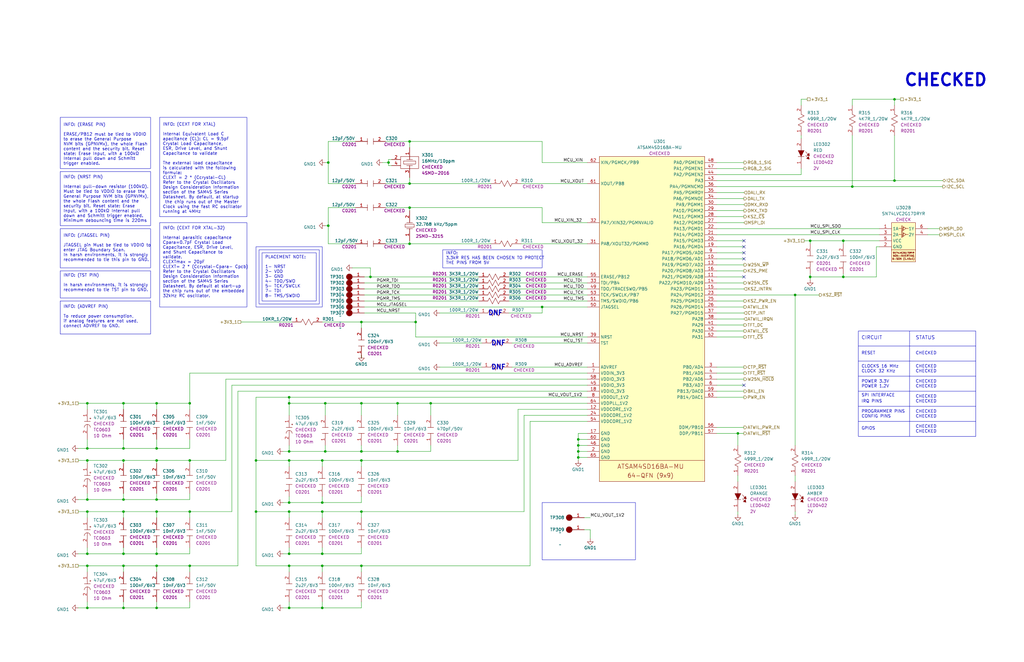
<source format=kicad_sch>
(kicad_sch (version 20230121) (generator eeschema)
  (paper "B")
  (title_block (title "SparkleSplashy") (date "2023-04-25") (company "Siavash Taher Parvar") (comment 1 "Siavash Taher Parvar") (comment 2 "Siavash Taher Parvar") (comment 3 "Siavash Taher Parvar") (comment 4 "_BOM_SpSp_V1.xlsx") (comment 5 "_ASM_SpSp_V1.html") (comment 6 "_GERBER_JLCPCB042023.zip") (comment 8 "No Variant") (comment 9 "N/A"))
  (junction (at 52.07 238.76))
  (junction (at 341.63 116.84))
  (junction (at 80.01 194.31))
  (junction (at 228.6 129.54))
  (junction (at 80.01 170.18))
  (junction (at 243.84 193.04))
  (junction (at 172.72 59.69))
  (junction (at 341.63 101.6))
  (junction (at 66.04 256.54))
  (junction (at 66.04 170.18))
  (junction (at 355.6 101.6))
  (junction (at 137.16 170.18))
  (junction (at 135.89 233.68))
  (junction (at 181.61 170.18))
  (junction (at 355.6 116.84))
  (junction (at 36.83 256.54))
  (junction (at 172.72 77.47))
  (junction (at 52.07 194.31))
  (junction (at 52.07 233.68))
  (junction (at 243.84 187.96))
  (junction (at 152.4 215.9))
  (junction (at 135.89 215.9))
  (junction (at 138.43 95.25))
  (junction (at 135.89 212.09))
  (junction (at 80.01 238.76))
  (junction (at 121.92 190.5))
  (junction (at 121.92 233.68))
  (junction (at 163.83 68.58))
  (junction (at 52.07 170.18))
  (junction (at 121.92 238.76))
  (junction (at 121.92 167.64))
  (junction (at 66.04 210.82))
  (junction (at 66.04 215.9))
  (junction (at 311.15 182.88))
  (junction (at 135.89 194.31))
  (junction (at 52.07 189.23))
  (junction (at 121.92 256.54))
  (junction (at 107.95 215.9))
  (junction (at 121.92 170.18))
  (junction (at 36.83 189.23))
  (junction (at 121.92 215.9))
  (junction (at 36.83 194.31))
  (junction (at 66.04 233.68))
  (junction (at 36.83 233.68))
  (junction (at 121.92 194.31))
  (junction (at 152.4 194.31))
  (junction (at 172.72 87.63))
  (junction (at 138.43 68.58))
  (junction (at 36.83 215.9))
  (junction (at 152.4 190.5))
  (junction (at 36.83 210.82))
  (junction (at 152.4 135.89))
  (junction (at 66.04 238.76))
  (junction (at 156.21 116.84))
  (junction (at 167.64 190.5))
  (junction (at 377.19 41.91))
  (junction (at 80.01 215.9))
  (junction (at 107.95 194.31))
  (junction (at 359.41 78.74))
  (junction (at 66.04 189.23))
  (junction (at 167.64 170.18))
  (junction (at 121.92 212.09))
  (junction (at 172.72 102.87))
  (junction (at 243.84 185.42))
  (junction (at 243.84 190.5))
  (junction (at 36.83 238.76))
  (junction (at 135.89 256.54))
  (junction (at 52.07 210.82))
  (junction (at 152.4 238.76))
  (junction (at 175.26 135.89))
  (junction (at 135.89 238.76))
  (junction (at 52.07 215.9))
  (junction (at 152.4 170.18))
  (junction (at 52.07 256.54))
  (junction (at 66.04 194.31))
  (junction (at 137.16 190.5))
  (junction (at 377.19 76.2))
  (junction (at 335.28 124.46))
  (junction (at 36.83 170.18))
  (no_connect (at 313.69 106.68))
  (no_connect (at 313.69 109.22))
  (no_connect (at 313.69 104.14))
  (no_connect (at 313.69 116.84))
  (no_connect (at 313.69 162.56))
  (no_connect (at 313.69 101.6))
  (wire (pts (xy 341.63 115.57) (xy 341.63 116.84)))
  (wire (pts (xy 243.84 193.04) (xy 243.84 194.31)))
  (wire (pts (xy 152.4 238.76) (xy 152.4 241.3)))
  (wire (pts (xy 302.26 182.88) (xy 311.15 182.88)))
  (wire (pts (xy 107.95 194.31) (xy 107.95 215.9)))
  (wire (pts (xy 313.69 142.24) (xy 302.26 142.24)))
  (wire (pts (xy 152.4 215.9) (xy 220.98 215.9)))
  (wire (pts (xy 341.63 101.6) (xy 341.63 102.87)))
  (wire (pts (xy 121.92 170.18) (xy 137.16 170.18)))
  (wire (pts (xy 302.26 111.76) (xy 313.69 111.76)))
  (wire (pts (xy 36.83 256.54) (xy 36.83 254)))
  (wire (pts (xy 156.21 113.03) (xy 156.21 116.84)))
  (wire (pts (xy 302.26 165.1) (xy 313.69 165.1)))
  (wire (pts (xy 66.04 231.14) (xy 66.04 233.68)))
  (wire (pts (xy 162.56 87.63) (xy 172.72 87.63)))
  (wire (pts (xy 135.89 238.76) (xy 152.4 238.76)))
  (wire (pts (xy 313.69 86.36) (xy 302.26 86.36)))
  (wire (pts (xy 52.07 231.14) (xy 52.07 233.68)))
  (wire (pts (xy 247.65 93.98) (xy 228.6 93.98)))
  (wire (pts (xy 223.52 177.8) (xy 223.52 238.76)))
  (wire (pts (xy 107.95 194.31) (xy 107.95 167.64)))
  (wire (pts (xy 340.36 41.91) (xy 337.82 41.91)))
  (wire (pts (xy 302.26 81.28) (xy 313.69 81.28)))
  (wire (pts (xy 359.41 57.15) (xy 359.41 78.74)))
  (wire (pts (xy 243.84 193.04) (xy 247.65 193.04)))
  (wire (pts (xy 302.26 104.14) (xy 313.69 104.14)))
  (wire (pts (xy 302.26 93.98) (xy 313.69 93.98)))
  (wire (pts (xy 302.26 129.54) (xy 313.69 129.54)))
  (wire (pts (xy 228.6 68.58) (xy 247.65 68.58)))
  (wire (pts (xy 107.95 215.9) (xy 107.95 238.76)))
  (wire (pts (xy 243.84 182.88) (xy 243.84 185.42)))
  (wire (pts (xy 66.04 189.23) (xy 52.07 189.23)))
  (wire (pts (xy 66.04 185.42) (xy 66.04 189.23)))
  (wire (pts (xy 97.79 162.56) (xy 97.79 215.9)))
  (wire (pts (xy 36.83 233.68) (xy 36.83 231.14)))
  (wire (pts (xy 152.4 175.26) (xy 152.4 170.18)))
  (wire (pts (xy 52.07 170.18) (xy 52.07 172.72)))
  (wire (pts (xy 215.9 154.94) (xy 247.65 154.94)))
  (wire (pts (xy 138.43 77.47) (xy 138.43 68.58)))
  (wire (pts (xy 369.57 116.84) (xy 355.6 116.84)))
  (wire (pts (xy 52.07 233.68) (xy 36.83 233.68)))
  (wire (pts (xy 52.07 215.9) (xy 36.83 215.9)))
  (wire (pts (xy 107.95 215.9) (xy 121.92 215.9)))
  (wire (pts (xy 302.26 162.56) (xy 313.69 162.56)))
  (wire (pts (xy 52.07 210.82) (xy 36.83 210.82)))
  (wire (pts (xy 80.01 215.9) (xy 80.01 218.44)))
  (wire (pts (xy 33.02 238.76) (xy 36.83 238.76)))
  (wire (pts (xy 149.86 102.87) (xy 138.43 102.87)))
  (wire (pts (xy 52.07 189.23) (xy 36.83 189.23)))
  (wire (pts (xy 152.4 194.31) (xy 218.44 194.31)))
  (wire (pts (xy 121.92 190.5) (xy 121.92 187.96)))
  (wire (pts (xy 121.92 256.54) (xy 135.89 256.54)))
  (wire (pts (xy 80.01 238.76) (xy 80.01 241.3)))
  (wire (pts (xy 175.26 135.89) (xy 152.4 135.89)))
  (wire (pts (xy 369.57 104.14) (xy 369.57 116.84)))
  (wire (pts (xy 391.16 96.52) (xy 396.24 96.52)))
  (wire (pts (xy 137.16 170.18) (xy 152.4 170.18)))
  (wire (pts (xy 80.01 215.9) (xy 97.79 215.9)))
  (wire (pts (xy 135.89 254) (xy 135.89 256.54)))
  (wire (pts (xy 107.95 238.76) (xy 121.92 238.76)))
  (wire (pts (xy 135.89 212.09) (xy 152.4 212.09)))
  (wire (pts (xy 218.44 172.72) (xy 218.44 194.31)))
  (wire (pts (xy 101.6 135.89) (xy 123.19 135.89)))
  (wire (pts (xy 207.01 77.47) (xy 172.72 77.47)))
  (wire (pts (xy 36.83 238.76) (xy 36.83 241.3)))
  (wire (pts (xy 228.6 68.58) (xy 228.6 59.69)))
  (wire (pts (xy 80.01 210.82) (xy 66.04 210.82)))
  (wire (pts (xy 100.33 238.76) (xy 100.33 165.1)))
  (wire (pts (xy 313.69 160.02) (xy 302.26 160.02)))
  (wire (pts (xy 302.26 76.2) (xy 377.19 76.2)))
  (wire (pts (xy 135.89 194.31) (xy 135.89 196.85)))
  (wire (pts (xy 121.92 233.68) (xy 121.92 231.14)))
  (wire (pts (xy 80.01 215.9) (xy 66.04 215.9)))
  (wire (pts (xy 228.6 87.63) (xy 172.72 87.63)))
  (wire (pts (xy 248.92 223.52) (xy 248.92 227.33)))
  (wire (pts (xy 243.84 187.96) (xy 247.65 187.96)))
  (wire (pts (xy 138.43 68.58) (xy 137.16 68.58)))
  (wire (pts (xy 175.26 142.24) (xy 175.26 135.89)))
  (wire (pts (xy 80.01 208.28) (xy 80.01 210.82)))
  (wire (pts (xy 214.63 127) (xy 247.65 127)))
  (wire (pts (xy 246.38 223.52) (xy 248.92 223.52)))
  (wire (pts (xy 243.84 187.96) (xy 243.84 190.5)))
  (wire (pts (xy 121.92 212.09) (xy 135.89 212.09)))
  (wire (pts (xy 121.92 167.64) (xy 121.92 170.18)))
  (wire (pts (xy 152.4 212.09) (xy 152.4 209.55)))
  (wire (pts (xy 175.26 132.08) (xy 175.26 135.89)))
  (wire (pts (xy 214.63 121.92) (xy 247.65 121.92)))
  (wire (pts (xy 135.89 256.54) (xy 152.4 256.54)))
  (wire (pts (xy 313.69 114.3) (xy 302.26 114.3)))
  (wire (pts (xy 391.16 99.06) (xy 396.24 99.06)))
  (wire (pts (xy 313.69 134.62) (xy 302.26 134.62)))
  (wire (pts (xy 311.15 200.66) (xy 311.15 203.2)))
  (wire (pts (xy 80.01 170.18) (xy 80.01 172.72)))
  (wire (pts (xy 181.61 170.18) (xy 247.65 170.18)))
  (wire (pts (xy 355.6 101.6) (xy 341.63 101.6)))
  (wire (pts (xy 153.67 116.84) (xy 156.21 116.84)))
  (wire (pts (xy 185.42 144.78) (xy 203.2 144.78)))
  (wire (pts (xy 121.92 194.31) (xy 121.92 196.85)))
  (wire (pts (xy 228.6 132.08) (xy 228.6 129.54)))
  (wire (pts (xy 121.92 215.9) (xy 121.92 218.44)))
  (wire (pts (xy 165.1 67.31) (xy 163.83 67.31)))
  (wire (pts (xy 355.6 116.84) (xy 341.63 116.84)))
  (wire (pts (xy 121.92 238.76) (xy 121.92 241.3)))
  (wire (pts (xy 138.43 102.87) (xy 138.43 95.25)))
  (wire (pts (xy 302.26 71.12) (xy 313.69 71.12)))
  (wire (pts (xy 370.84 104.14) (xy 369.57 104.14)))
  (wire (pts (xy 52.07 254) (xy 52.07 256.54)))
  (wire (pts (xy 135.89 215.9) (xy 135.89 218.44)))
  (wire (pts (xy 175.26 142.24) (xy 247.65 142.24)))
  (wire (pts (xy 339.09 101.6) (xy 341.63 101.6)))
  (wire (pts (xy 243.84 185.42) (xy 243.84 187.96)))
  (wire (pts (xy 135.89 209.55) (xy 135.89 212.09)))
  (wire (pts (xy 228.6 93.98) (xy 228.6 87.63)))
  (wire (pts (xy 152.4 149.86) (xy 152.4 151.13)))
  (wire (pts (xy 33.02 194.31) (xy 36.83 194.31)))
  (wire (pts (xy 172.72 59.69) (xy 172.72 62.23)))
  (wire (pts (xy 33.02 215.9) (xy 36.83 215.9)))
  (wire (pts (xy 302.26 96.52) (xy 370.84 96.52)))
  (wire (pts (xy 107.95 194.31) (xy 121.92 194.31)))
  (wire (pts (xy 345.44 124.46) (xy 335.28 124.46)))
  (wire (pts (xy 121.92 167.64) (xy 247.65 167.64)))
  (wire (pts (xy 359.41 41.91) (xy 359.41 44.45)))
  (wire (pts (xy 80.01 231.14) (xy 80.01 233.68)))
  (wire (pts (xy 215.9 144.78) (xy 247.65 144.78)))
  (wire (pts (xy 302.26 99.06) (xy 370.84 99.06)))
  (wire (pts (xy 80.01 185.42) (xy 80.01 189.23)))
  (polyline (pts (xy 361.95 177.8) (xy 411.48 177.8)))
  (wire (pts (xy 80.01 238.76) (xy 66.04 238.76)))
  (wire (pts (xy 121.92 194.31) (xy 135.89 194.31)))
  (wire (pts (xy 313.69 154.94) (xy 302.26 154.94)))
  (wire (pts (xy 135.89 194.31) (xy 152.4 194.31)))
  (polyline (pts (xy 361.95 165.1) (xy 411.48 165.1)))
  (wire (pts (xy 247.65 160.02) (xy 95.25 160.02)))
  (wire (pts (xy 335.28 200.66) (xy 335.28 203.2)))
  (wire (pts (xy 80.01 189.23) (xy 66.04 189.23)))
  (wire (pts (xy 172.72 102.87) (xy 172.72 101.6)))
  (wire (pts (xy 302.26 106.68) (xy 313.69 106.68)))
  (wire (pts (xy 302.26 116.84) (xy 313.69 116.84)))
  (wire (pts (xy 153.67 121.92) (xy 201.93 121.92)))
  (wire (pts (xy 167.64 175.26) (xy 167.64 170.18)))
  (wire (pts (xy 220.98 175.26) (xy 220.98 215.9)))
  (wire (pts (xy 162.56 77.47) (xy 172.72 77.47)))
  (wire (pts (xy 36.83 170.18) (xy 36.83 172.72)))
  (wire (pts (xy 228.6 59.69) (xy 172.72 59.69)))
  (wire (pts (xy 162.56 59.69) (xy 172.72 59.69)))
  (wire (pts (xy 121.92 209.55) (xy 121.92 212.09)))
  (wire (pts (xy 36.83 185.42) (xy 36.83 189.23)))
  (wire (pts (xy 185.42 154.94) (xy 203.2 154.94)))
  (wire (pts (xy 214.63 116.84) (xy 247.65 116.84)))
  (wire (pts (xy 247.65 157.48) (xy 80.01 157.48)))
  (wire (pts (xy 152.4 138.43) (xy 152.4 135.89)))
  (wire (pts (xy 181.61 175.26) (xy 181.61 170.18)))
  (wire (pts (xy 153.67 124.46) (xy 201.93 124.46)))
  (wire (pts (xy 66.04 256.54) (xy 52.07 256.54)))
  (wire (pts (xy 247.65 182.88) (xy 243.84 182.88)))
  (wire (pts (xy 121.92 175.26) (xy 121.92 170.18)))
  (wire (pts (xy 243.84 190.5) (xy 243.84 193.04)))
  (wire (pts (xy 302.26 68.58) (xy 313.69 68.58)))
  (polyline (pts (xy 361.95 171.45) (xy 411.48 171.45)))
  (wire (pts (xy 153.67 119.38) (xy 201.93 119.38)))
  (wire (pts (xy 248.92 218.44) (xy 246.38 218.44)))
  (wire (pts (xy 153.67 132.08) (xy 175.26 132.08)))
  (wire (pts (xy 52.07 185.42) (xy 52.07 189.23)))
  (wire (pts (xy 302.26 78.74) (xy 359.41 78.74)))
  (wire (pts (xy 80.01 238.76) (xy 100.33 238.76)))
  (wire (pts (xy 337.82 41.91) (xy 337.82 44.45)))
  (wire (pts (xy 95.25 194.31) (xy 80.01 194.31)))
  (wire (pts (xy 302.26 180.34) (xy 313.69 180.34)))
  (wire (pts (xy 152.4 190.5) (xy 137.16 190.5)))
  (wire (pts (xy 119.38 212.09) (xy 121.92 212.09)))
  (wire (pts (xy 153.67 127) (xy 201.93 127)))
  (wire (pts (xy 135.89 135.89) (xy 152.4 135.89)))
  (wire (pts (xy 52.07 170.18) (xy 36.83 170.18)))
  (wire (pts (xy 66.04 215.9) (xy 52.07 215.9)))
  (wire (pts (xy 135.89 215.9) (xy 152.4 215.9)))
  (wire (pts (xy 341.63 116.84) (xy 341.63 118.11)))
  (polyline (pts (xy 361.95 158.75) (xy 411.48 158.75)))
  (wire (pts (xy 152.4 215.9) (xy 152.4 218.44)))
  (wire (pts (xy 302.26 73.66) (xy 337.82 73.66)))
  (wire (pts (xy 119.38 190.5) (xy 121.92 190.5)))
  (wire (pts (xy 137.16 187.96) (xy 137.16 190.5)))
  (wire (pts (xy 152.4 170.18) (xy 167.64 170.18)))
  (wire (pts (xy 219.71 102.87) (xy 247.65 102.87)))
  (wire (pts (xy 66.04 215.9) (xy 66.04 218.44)))
  (wire (pts (xy 95.25 160.02) (xy 95.25 194.31)))
  (wire (pts (xy 214.63 119.38) (xy 247.65 119.38)))
  (wire (pts (xy 167.64 190.5) (xy 152.4 190.5)))
  (wire (pts (xy 355.6 101.6) (xy 370.84 101.6)))
  (wire (pts (xy 80.01 194.31) (xy 66.04 194.31)))
  (wire (pts (xy 52.07 256.54) (xy 36.83 256.54)))
  (wire (pts (xy 107.95 167.64) (xy 121.92 167.64)))
  (wire (pts (xy 66.04 194.31) (xy 66.04 195.58)))
  (wire (pts (xy 156.21 116.84) (xy 201.93 116.84)))
  (wire (pts (xy 172.72 77.47) (xy 172.72 74.93)))
  (wire (pts (xy 138.43 87.63) (xy 138.43 95.25)))
  (wire (pts (xy 135.89 233.68) (xy 152.4 233.68)))
  (wire (pts (xy 33.02 189.23) (xy 36.83 189.23)))
  (wire (pts (xy 66.04 170.18) (xy 52.07 170.18)))
  (wire (pts (xy 66.04 208.28) (xy 66.04 210.82)))
  (wire (pts (xy 172.72 87.63) (xy 172.72 88.9)))
  (wire (pts (xy 379.73 41.91) (xy 377.19 41.91)))
  (wire (pts (xy 100.33 165.1) (xy 247.65 165.1)))
  (wire (pts (xy 80.01 157.48) (xy 80.01 170.18)))
  (wire (pts (xy 247.65 185.42) (xy 243.84 185.42)))
  (wire (pts (xy 228.6 129.54) (xy 247.65 129.54)))
  (wire (pts (xy 302.26 101.6) (xy 313.69 101.6)))
  (polyline (pts (xy 383.54 139.7) (xy 383.54 184.15)))
  (polyline (pts (xy 361.95 152.4) (xy 411.48 152.4)))
  (wire (pts (xy 33.02 170.18) (xy 36.83 170.18)))
  (wire (pts (xy 119.38 256.54) (xy 121.92 256.54)))
  (wire (pts (xy 247.65 190.5) (xy 243.84 190.5)))
  (wire (pts (xy 214.63 132.08) (xy 228.6 132.08)))
  (wire (pts (xy 355.6 115.57) (xy 355.6 116.84)))
  (wire (pts (xy 66.04 170.18) (xy 66.04 172.72)))
  (wire (pts (xy 335.28 215.9) (xy 335.28 217.17)))
  (wire (pts (xy 359.41 41.91) (xy 377.19 41.91)))
  (wire (pts (xy 302.26 121.92) (xy 313.69 121.92)))
  (wire (pts (xy 247.65 172.72) (xy 218.44 172.72)))
  (wire (pts (xy 66.04 238.76) (xy 66.04 241.3)))
  (wire (pts (xy 80.01 254) (xy 80.01 256.54)))
  (wire (pts (xy 163.83 67.31) (xy 163.83 68.58)))
  (wire (pts (xy 311.15 182.88) (xy 313.69 182.88)))
  (wire (pts (xy 181.61 187.96) (xy 181.61 190.5)))
  (wire (pts (xy 36.83 194.31) (xy 36.83 195.58)))
  (wire (pts (xy 302.26 91.44) (xy 313.69 91.44)))
  (wire (pts (xy 121.92 256.54) (xy 121.92 254)))
  (wire (pts (xy 219.71 77.47) (xy 247.65 77.47)))
  (wire (pts (xy 66.04 210.82) (xy 52.07 210.82)))
  (wire (pts (xy 52.07 194.31) (xy 52.07 195.58)))
  (wire (pts (xy 121.92 238.76) (xy 135.89 238.76)))
  (wire (pts (xy 135.89 231.14) (xy 135.89 233.68)))
  (wire (pts (xy 181.61 190.5) (xy 167.64 190.5)))
  (wire (pts (xy 66.04 233.68) (xy 52.07 233.68)))
  (wire (pts (xy 313.69 132.08) (xy 302.26 132.08)))
  (wire (pts (xy 138.43 87.63) (xy 149.86 87.63)))
  (wire (pts (xy 302.26 109.22) (xy 313.69 109.22)))
  (wire (pts (xy 52.07 238.76) (xy 52.07 241.3)))
  (wire (pts (xy 311.15 215.9) (xy 311.15 217.17)))
  (wire (pts (xy 121.92 215.9) (xy 135.89 215.9)))
  (wire (pts (xy 335.28 124.46) (xy 335.28 187.96)))
  (wire (pts (xy 152.4 233.68) (xy 152.4 231.14)))
  (wire (pts (xy 337.82 71.12) (xy 337.82 73.66)))
  (wire (pts (xy 135.89 238.76) (xy 135.89 241.3)))
  (wire (pts (xy 163.83 69.85) (xy 165.1 69.85)))
  (wire (pts (xy 52.07 194.31) (xy 36.83 194.31)))
  (wire (pts (xy 313.69 157.48) (xy 302.26 157.48)))
  (wire (pts (xy 52.07 215.9) (xy 52.07 218.44)))
  (wire (pts (xy 167.64 170.18) (xy 181.61 170.18)))
  (wire (pts (xy 313.69 139.7) (xy 302.26 139.7)))
  (wire (pts (xy 152.4 194.31) (xy 152.4 196.85)))
  (wire (pts (xy 66.04 238.76) (xy 52.07 238.76)))
  (wire (pts (xy 311.15 182.88) (xy 311.15 187.96)))
  (wire (pts (xy 80.01 170.18) (xy 66.04 170.18)))
  (wire (pts (xy 185.42 132.08) (xy 201.93 132.08)))
  (wire (pts (xy 247.65 162.56) (xy 97.79 162.56)))
  (wire (pts (xy 152.4 187.96) (xy 152.4 190.5)))
  (wire (pts (xy 52.07 238.76) (xy 36.83 238.76)))
  (wire (pts (xy 80.01 194.31) (xy 80.01 195.58)))
  (wire (pts (xy 302.26 119.38) (xy 313.69 119.38)))
  (wire (pts (xy 33.02 210.82) (xy 36.83 210.82)))
  (wire (pts (xy 247.65 175.26) (xy 220.98 175.26)))
  (wire (pts (xy 172.72 102.87) (xy 207.01 102.87)))
  (wire (pts (xy 152.4 238.76) (xy 223.52 238.76)))
  (wire (pts (xy 302.26 88.9) (xy 313.69 88.9)))
  (wire (pts (xy 33.02 256.54) (xy 36.83 256.54)))
  (wire (pts (xy 359.41 78.74) (xy 397.51 78.74)))
  (wire (pts (xy 66.04 194.31) (xy 52.07 194.31)))
  (wire (pts (xy 149.86 77.47) (xy 138.43 77.47)))
  (wire (pts (xy 313.69 127) (xy 302.26 127)))
  (wire (pts (xy 302.26 137.16) (xy 313.69 137.16)))
  (wire (pts (xy 36.83 210.82) (xy 36.83 208.28)))
  (wire (pts (xy 313.69 167.64) (xy 302.26 167.64)))
  (wire (pts (xy 153.67 129.54) (xy 228.6 129.54)))
  (wire (pts (xy 161.29 68.58) (xy 163.83 68.58)))
  (wire (pts (xy 302.26 83.82) (xy 313.69 83.82)))
  (wire (pts (xy 80.01 233.68) (xy 66.04 233.68)))
  (wire (pts (xy 162.56 102.87) (xy 172.72 102.87)))
  (wire (pts (xy 36.83 215.9) (xy 36.83 218.44)))
  (wire (pts (xy 355.6 101.6) (xy 355.6 102.87)))
  (wire (pts (xy 137.16 175.26) (xy 137.16 170.18)))
  (wire (pts (xy 163.83 68.58) (xy 163.83 69.85)))
  (wire (pts (xy 119.38 233.68) (xy 121.92 233.68)))
  (wire (pts (xy 337.82 57.15) (xy 337.82 58.42)))
  (wire (pts (xy 167.64 187.96) (xy 167.64 190.5)))
  (wire (pts (xy 66.04 254) (xy 66.04 256.54)))
  (polyline (pts (xy 361.95 146.05) (xy 411.48 146.05)))
  (wire (pts (xy 121.92 233.68) (xy 135.89 233.68)))
  (wire (pts (xy 52.07 208.28) (xy 52.07 210.82)))
  (wire (pts (xy 247.65 177.8) (xy 223.52 177.8)))
  (wire (pts (xy 33.02 233.68) (xy 36.83 233.68)))
  (wire (pts (xy 377.19 44.45) (xy 377.19 41.91)))
  (wire (pts (xy 377.19 57.15) (xy 377.19 76.2)))
  (wire (pts (xy 138.43 59.69) (xy 149.86 59.69)))
  (wire (pts (xy 377.19 76.2) (xy 397.51 76.2)))
  (wire (pts (xy 335.28 124.46) (xy 302.26 124.46)))
  (wire (pts (xy 137.16 95.25) (xy 138.43 95.25)))
  (wire (pts (xy 148.59 113.03) (xy 156.21 113.03)))
  (wire (pts (xy 214.63 124.46) (xy 247.65 124.46)))
  (wire (pts (xy 138.43 68.58) (xy 138.43 59.69)))
  (wire (pts (xy 80.01 256.54) (xy 66.04 256.54)))
  (wire (pts (xy 152.4 256.54) (xy 152.4 254)))
  (wire (pts (xy 137.16 190.5) (xy 121.92 190.5)))
  (rectangle (start 67.31 93.98) (end 104.14 129.54))
  (rectangle (start 25.4 114.3) (end 63.5 125.73))
  (rectangle (start 109.22 105.41) (end 134.62 128.27))
  (rectangle (start 25.4 49.53) (end 63.5 71.12))
  (rectangle (start 67.31 49.53) (end 104.14 91.44))
  (rectangle (start 25.4 96.52) (end 63.5 113.03))
  (rectangle (start 228.6 212.09) (end 267.97 236.22))
  (rectangle (start 186.69 105.41) (end 228.6 113.03))
  (rectangle (start 110.49 106.68) (end 133.35 127))
  (rectangle (start 361.95 139.7) (end 411.48 184.15))
  (rectangle (start 25.4 127) (end 63.5 140.97))
  (rectangle (start 107.95 104.14) (end 135.89 129.54))
  (rectangle (start 25.4 72.39) (end 63.5 95.25))
  (text "STATUS" (at 386.08 143.51 0) (effects (font (size 1.5 1.5)) (justify left bottom)))
  (text "CLOCKS 16 MHz\nCLOCK 32 KHz" (at 363.22 157.48 0) (effects (font (size 1.27 1.27)) (justify left bottom)))
  (text "DNF" (at 205.74 133.35 0) (effects (font (size 2 2) (thickness 0.4) bold) (justify left bottom)))
  (text "CHECKED\nCHECKED" (at 386.08 170.18 0) (effects (font (size 1.27 1.27)) (justify left bottom)))
  (text "RESET" (at 363.22 149.86 0) (effects (font (size 1.27 1.27)) (justify left bottom)))
  (text "INFO: (JTAGSEL PIN)\n\nJTAGSEL pin Must be tied to VDDIO to\nenter JTAG Boundary Scan.\nIn harsh environments, it is strongly\nrecommended to tie this pin to GND." (at 26.67 110.49 0) (effects (font (size 1.27 1.27)) (justify left bottom)))
  (text "INFO: (CEXT FOR XTAL)\n\nInternal Equivalent Load C\napacitance (CL): CL = 9.5pF\nCrystal Load Capacitance, \nESR, Drive Level, and Shunt\nCapacitance to validate\n\nThe external load capacitance \nis calculated with the following \nformula:\nCLEXT = 2 * (Ccrystal-CL)\nRefer to the Crystal Oscillators\nDesign Consideration Information \nsection of the SAM4S Series \nDatasheet. By default, at startup\n the chip runs out of the Master\nClock using the fast RC oscillator\nrunning at 4MHz" (at 68.58 90.17 0) (effects (font (size 1.27 1.27)) (justify left bottom)))
  (text "CHECKED\nCHECKED" (at 386.08 182.88 0) (effects (font (size 1.27 1.27)) (justify left bottom)))
  (text "PROGRAMMER PINS\nCONFIG PINS" (at 363.22 176.53 0) (effects (font (size 1.27 1.27)) (justify left bottom)))
  (text "INFO: (CEXT FOR XTAL-32)\n\nInternal parasitic capacitance\nCpara=0.7pF Crystal Load \nCapacitance, ESR, Drive Level, \nand Shunt Capacitance to\nvalidate.\nCLEXTmax = 20pF\nCLEXT= 2 * (Ccrystal-Cpara- Cpcb)\nRefer to the Crystal Oscillators \nDesign Consideration Information\nsection of the SAM4S Series \nDatasheet. By default at start-up\nthe chip runs out of the embedded\n32kHz RC oscillator." (at 68.58 125.73 0) (effects (font (size 1.27 1.27)) (justify left bottom)))
  (text "PLACEMENT NOTE:\n\n1- NRST\n2- VDD\n3- GND\n4- TDO/SWO\n5- TCK/SWCLK\n7- TDI\n8- TMS/SWDIO" (at 111.76 125.73 0) (effects (font (size 1.27 1.27)) (justify left bottom)))
  (text "DNF" (at 207.01 156.21 0) (effects (font (size 2 2) (thickness 0.4) bold) (justify left bottom)))
  (text "INFO:\n3.3kR RES HAS BEEN CHOSEN TO PROTECT\nTHE PINS FROM 5V" (at 187.96 111.76 0) (effects (font (size 1.27 1.27)) (justify left bottom)))
  (text "INFO: (TST PIN)\n\nIn harsh environments, it is strongly\nrecommended to tie TST pin to GND." (at 26.67 123.19 0) (effects (font (size 1.27 1.27)) (justify left bottom)))
  (text "INFO: (ERASE PIN)\n\nERASE/PB12 must be tied to VDDIO\nto erase the General Purpose \nNVM bits (GPNVMx), the whole Flash\ncontent and the security bit. Reset\nstate: Erase Input, with a 100kΩ\nInternal pull down and Schmitt \ntrigger enabled." (at 26.67 69.85 0) (effects (font (size 1.27 1.27)) (justify left bottom)))
  (text "IRQ PINS" (at 363.22 170.18 0) (effects (font (size 1.27 1.27)) (justify left bottom)))
  (text "CHECKED\nCHECKED" (at 386.08 163.83 0) (effects (font (size 1.27 1.27)) (justify left bottom)))
  (text "CIRCUIT" (at 363.22 143.51 0) (effects (font (size 1.5 1.5)) (justify left bottom)))
  (text "DNF" (at 207.01 146.05 0) (effects (font (size 2 2) (thickness 0.4) bold) (justify left bottom)))
  (text "POWER 3.3V\nPOWER 1.2V" (at 363.22 163.83 0) (effects (font (size 1.27 1.27)) (justify left bottom)))
  (text "SPI INTERFACE" (at 363.22 167.64 0) (effects (font (size 1.27 1.27)) (justify left bottom)))
  (text "CHECKED" (at 381 36.83 0) (effects (font (size 5 5) bold) (justify left bottom)))
  (text "INFO: (ADVREF PIN)\n\nTo reduce power consumption,\nif analog features are not used,\nconnect ADVREF to GND.\n" (at 26.67 138.43 0) (effects (font (size 1.27 1.27)) (justify left bottom)))
  (text "GPIOS" (at 363.22 181.61 0) (effects (font (size 1.27 1.27)) (justify left bottom)))
  (text "INFO: (NRST PIN)\n\nInternal pull-down resistor (100kΩ).\nMust be tied to VDDIO to erase the \nGeneral Purpose NVM bits (GPNVMx), \nthe whole Flash content and the \nsecurity bit. Reset state: Erase \nInput, with a 100kΩ Internal pull \ndown and Schmitt trigger enabled.\nMinimum debouncing time is 220ms" (at 26.67 93.98 0) (effects (font (size 1.27 1.27)) (justify left bottom)))
  (text "CHECKED" (at 386.08 149.86 0) (effects (font (size 1.27 1.27)) (justify left bottom)))
  (text "CHECKED\nCHECKED" (at 386.08 176.53 0) (effects (font (size 1.27 1.27)) (justify left bottom)))
  (text "CHECKED\nCHECKED" (at 386.08 157.48 0) (effects (font (size 1.27 1.27)) (justify left bottom)))
  (label "MCU_ADVREF" (at 233.68 154.94 0))
  (label "MCU_SPI_SDO" (at 341.63 96.52 0))
  (label "MCU_TST" (at 237.49 144.78 0))
  (label "MCU_XIN_32" (at 233.68 93.98 0))
  (label "MCU_TMS" (at 237.49 127 0))
  (label "PGMR_TDI" (at 158.75 119.38 0))
  (label "MCU_TDO" (at 237.49 121.92 0))
  (label "MCU_TDI" (at 237.49 119.38 0))
  (label "PGMR_TDO" (at 158.75 121.92 0))
  (label "MCU_NRST" (at 236.22 142.24 0))
  (label "PGMR_TCK" (at 158.75 124.46 0))
  (label "PGMR_TMS" (at 158.75 127 0))
  (label "MCU_NRST" (at 158.75 132.08 0))
  (label "MCU_ERASE" (at 234.95 116.84 0))
  (label "MCU_VOUT_1V2" (at 248.92 218.44 0))
  (label "MCU_TCK" (at 237.49 124.46 0))
  (label "MCU_XOUT" (at 236.22 77.47 0))
  (label "MCU_XOUT_32" (at 232.41 102.87 0))
  (label "MCU_JTAGSEL" (at 158.75 129.54 0))
  (label "MCU_VOUT_1V2" (at 231.14 167.64 0))
  (label "MCU_XIN" (at 237.49 68.58 0))
  (label "MCU_SPI_CLK" (at 341.63 99.06 0))
  (hierarchical_label "TFT_~{RST}" (shape output) (at 313.69 157.48 0))
  (hierarchical_label "KSZ_PWR_EN" (shape output) (at 313.69 127 0))
  (hierarchical_label "ATWIL_PWR_EN" (shape output) (at 313.69 180.34 0))
  (hierarchical_label "MSPI_DI" (shape input) (at 313.69 93.98 0))
  (hierarchical_label "DMX_RXD" (shape input) (at 313.69 86.36 0))
  (hierarchical_label "MSPI_DO" (shape output) (at 396.24 96.52 0))
  (hierarchical_label "MSPI_CLK" (shape output) (at 396.24 99.06 0))
  (hierarchical_label "I2C_SDA" (shape bidirectional) (at 397.51 76.2 0))
  (hierarchical_label "DMX_TXD" (shape output) (at 313.69 88.9 0))
  (hierarchical_label "+3V3_1" (shape passive) (at 101.6 135.89 180))
  (hierarchical_label "KSZ_~{CS}" (shape output) (at 313.69 91.44 0))
  (hierarchical_label "RGB_1_SIG" (shape output) (at 313.69 68.58 0))
  (hierarchical_label "+3V3_1" (shape passive) (at 339.09 101.6 180))
  (hierarchical_label "RGB_2_SIG" (shape output) (at 313.69 71.12 0))
  (hierarchical_label "ATWIL_~{RST}" (shape output) (at 313.69 182.88 0))
  (hierarchical_label "DALI_RX" (shape input) (at 313.69 81.28 0))
  (hierarchical_label "CTP_INT" (shape input) (at 313.69 132.08 0))
  (hierarchical_label "+3V3_1" (shape passive) (at 33.02 215.9 180))
  (hierarchical_label "KZS_PME" (shape output) (at 313.69 114.3 0))
  (hierarchical_label "+3V3_1" (shape passive) (at 379.73 41.91 0))
  (hierarchical_label "ATWIL_~{CS}" (shape output) (at 313.69 139.7 0))
  (hierarchical_label "BKL_EN" (shape output) (at 313.69 165.1 0))
  (hierarchical_label "W25N_~{HOLD}" (shape output) (at 313.69 160.02 0))
  (hierarchical_label "TFT_~{CS}" (shape output) (at 313.69 142.24 0))
  (hierarchical_label "W25N_~{WP}" (shape output) (at 313.69 111.76 0))
  (hierarchical_label "W25N_~{CS}" (shape output) (at 313.69 119.38 0))
  (hierarchical_label "ATWIL_EN" (shape output) (at 313.69 129.54 0))
  (hierarchical_label "TFT_DC" (shape output) (at 313.69 137.16 0))
  (hierarchical_label "DALI_TX" (shape output) (at 313.69 83.82 0))
  (hierarchical_label "CTP_~{RST}" (shape output) (at 313.69 154.94 0))
  (hierarchical_label "KSZ_~{RST}" (shape output) (at 345.44 124.46 0))
  (hierarchical_label "+3V3_1" (shape passive) (at 33.02 238.76 180))
  (hierarchical_label "+3V3_1" (shape passive) (at 340.36 41.91 0))
  (hierarchical_label "PWR_EN" (shape output) (at 313.69 167.64 0))
  (hierarchical_label "I2C_SCL" (shape output) (at 397.51 78.74 0))
  (hierarchical_label "+3V3_1" (shape passive) (at 33.02 170.18 180))
  (hierarchical_label "ATWIL_IRQN" (shape input) (at 313.69 134.62 0))
  (hierarchical_label "+3V3_1" (shape passive) (at 33.02 194.31 180))
  (hierarchical_label "KSZ_INTRN" (shape input) (at 313.69 121.92 0))
  (symbol (lib_id "_SCHLIB_SparkleSplashy:RES_499R_1/20W") (at 337.82 57.15 90) (unit 1)
    (property "Reference" "R313" (at 340.36 47.625 90) (effects (justify right)))
    (property "Value" "499R_1/20W" (at 340.36 50.165 90) (effects (justify right)))
    (property "Footprint" "Resistor_SMD:R_0201_0603Metric" (effects hide))
    (property "Datasheet" "https://www.seielect.com/Catalog/SEI-RMCF_RMCP.pdf" (effects hide))
    (property "Description" "499 Ohms ±1% 0.05W, 1/20W Chip Resistor 0201 (0603 Metric) Thick Film" (effects hide))
    (property "Part Number" "RMCF0201FT499R" (effects hide))
    (property "Link" "https://www.digikey.ca/en/products/detail/stackpole-electronics-inc/RMCF0201FT499R/3906018" (effects hide))
    (property "SCH CHECK" "CHECKED" (at 340.36 52.705 90) (effects (justify right)))
    (property "Package" "R0201" (at 340.36 55.245 90) (effects (justify right)))
  )
  (symbol (lib_id "power:GND1") (at 148.59 113.03 270) (unit 1)
    (property "Reference" "#PWR0311" (effects hide))
    (property "Value" "GND1" (at 144.78 113.665 90) (effects (justify right)))
  )
  (symbol (lib_id "power:GND1") (at 335.28 217.17 0) (unit 1)
    (property "Reference" "#PWR0321" (effects hide))
    (property "Value" "GND1" (at 335.28 220.98 0))
  )
  (symbol (lib_id "_SCHLIB_SparkleSplashy:CAP_10nF/6V3") (at 66.04 185.42 90) (unit 1)
    (property "Reference" "C305" (at 68.58 175.895 90) (effects (justify right)))
    (property "Value" "10nF/6V3" (at 68.58 178.435 90) (effects (justify right)))
    (property "Footprint" "Capacitor_SMD:C_0201_0603Metric" (effects hide))
    (property "Datasheet" "http://www.passivecomponent.com/wp-content/uploads/datasheet/WTC_MLCC_General_Purpose.pdf" (effects hide))
    (property "Description" "10000 pF ±10% 6.3V Ceramic Capacitor X7R 0201 (0603 Metric)" (effects hide))
    (property "Part Number" "0201B103K6R3CT" (effects hide))
    (property "Link" "https://www.digikey.ca/en/products/detail/walsin-technology-corporation/0201B103K6R3CT/9354618" (effects hide))
    (property "SCH CHECK" "CHECKED" (at 68.58 180.975 90) (effects (justify right)))
    (property "Package" "C0201" (at 68.58 183.515 90) (effects (justify right)))
  )
  (symbol (lib_id "power:GND1") (at 119.38 256.54 270) (unit 1)
    (property "Reference" "#PWR0308" (effects hide))
    (property "Value" "GND1" (at 115.57 257.175 90) (effects (justify right)))
  )
  (symbol (lib_id "_SCHLIB_SparkleSplashy:CAP_1nF/50V") (at 80.01 208.28 90) (unit 1)
    (property "Reference" "C310" (at 82.55 198.755 90) (effects (justify right)))
    (property "Value" "1nF/50V" (at 82.55 201.295 90) (effects (justify right)))
    (property "Footprint" "Capacitor_SMD:C_0201_0603Metric" (effects hide))
    (property "Datasheet" "https://search.murata.co.jp/Ceramy/image/img/A01X/G101/ENG/GRM0335C1H102JE01-01A.pdf" (effects hide))
    (property "Description" "1000 pF ±5% 50V Ceramic Capacitor C0G, NP0 0201 (0603 Metric)" (effects hide))
    (property "Part Number" "GRM0335C1H102JE01D" (effects hide))
    (property "Link" "https://www.digikey.ca/en/products/detail/murata-electronics/GRM0335C1H102JE01D/16033845" (effects hide))
    (property "SCH CHECK" "CHECKED" (at 82.55 203.835 90) (effects (justify right)))
    (property "Package" "C0201" (at 82.55 206.375 90) (effects (justify right)))
  )
  (symbol (lib_id "_SCHLIB_SparkleSplashy:CONN_CTP_40MIL") (at 153.67 129.54 180) (unit 1) (in_bom no)
    (property "Reference" "TP306" (at 142.24 129.54 0))
    (property "Value" "~" (at 143.51 135.89 0))
    (property "Footprint" "TestPoint:TestPoint_Pad_D1.0mm" (effects hide))
  )
  (symbol (lib_id "power:GND1") (at 33.02 233.68 270) (unit 1)
    (property "Reference" "#PWR0303" (effects hide))
    (property "Value" "GND1" (at 29.21 234.315 90) (effects (justify right)))
  )
  (symbol (lib_id "_SCHLIB_SparkleSplashy:RES_100R_1/20W") (at 203.2 144.78 0) (unit 1)
    (property "Reference" "R308" (at 219.71 143.51 0))
    (property "Value" "100R_1/20W" (at 196.85 143.51 0))
    (property "Footprint" "Resistor_SMD:R_0201_0603Metric" (effects hide))
    (property "Datasheet" "https://www.seielect.com/Catalog/SEI-RMCF_RMCP.pdf" (effects hide))
    (property "Description" "100 Ohms ±1% 0.05W, 1/20W Chip Resistor 0201 (0603 Metric) Thick Film" (effects hide))
    (property "Part Number" "RMCF0201FT100R" (effects hide))
    (property "Link" "https://www.digikey.ca/en/products/detail/stackpole-electronics-inc/RMCF0201FT100R/1714988" (effects hide))
    (property "SCH CHECK" "CHECKED" (at 220.98 146.05 0))
    (property "Package" "R0201" (at 199.39 146.05 0))
  )
  (symbol (lib_id "_SCHLIB_SparkleSplashy:RES_3K3R_1/20W") (at 201.93 119.38 0) (unit 1)
    (property "Reference" "R303" (at 217.17 118.11 0))
    (property "Value" "3K3R_1/20W" (at 195.58 118.11 0))
    (property "Footprint" "Resistor_SMD:R_0201_0603Metric" (effects hide))
    (property "Datasheet" "https://www.seielect.com/Catalog/SEI-RMCF_RMCP.pdf" (effects hide))
    (property "Description" "3.3 kOhms ±1% 0.05W, 1/20W Chip Resistor 0201 (0603 Metric) Thick Film" (effects hide))
    (property "Part Number" "RMCF0201FT3K30" (effects hide))
    (property "Link" "https://www.digikey.ca/en/products/detail/stackpole-electronics-inc/RMCF0201FT3K30/4439996" (effects hide))
    (property "SCH CHECK" "CHECKED" (at 226.06 118.11 0))
    (property "Package" "R0201" (at 185.42 118.11 0))
  )
  (symbol (lib_id "_SCHLIB_SparkleSplashy:CAP_100nF/6V3") (at 135.89 254 90) (unit 1)
    (property "Reference" "C318" (at 138.43 244.475 90) (effects (justify right)))
    (property "Value" "100nF/6V3" (at 138.43 247.015 90) (effects (justify right)))
    (property "Footprint" "Capacitor_SMD:C_0201_0603Metric" (effects hide))
    (property "Datasheet" "https://www.yageo.com/upload/media/product/productsearch/datasheet/mlcc/UPY-GPHC_X7R_6.3V-to-250V_22.pdf" (effects hide))
    (property "Description" "0.1 µF ±10% 6.3V Ceramic Capacitor X7R 0201 (0603 Metric)" (effects hide))
    (property "Part Number" "CC0201KRX7R5BB104" (effects hide))
    (property "Link" "https://www.digikey.ca/en/products/detail/yageo/CC0201KRX7R5BB104/12698853" (effects hide))
    (property "SCH CHECK" "CHECKED" (at 138.43 249.555 90) (effects (justify right)))
    (property "Package" "C0201" (at 138.43 252.095 90) (effects (justify right)))
  )
  (symbol (lib_id "_SCHLIB_SparkleSplashy:CONN_CTP_40MIL") (at 153.67 127 180) (unit 1) (in_bom no)
    (property "Reference" "TP305" (at 142.24 127 0))
    (property "Value" "~" (at 143.51 133.35 0))
    (property "Footprint" "TestPoint:TestPoint_Pad_D1.0mm" (effects hide))
  )
  (symbol (lib_id "_SCHLIB_SparkleSplashy:RES_3K3R_1/20W") (at 201.93 127 0) (unit 1)
    (property "Reference" "R306" (at 217.17 125.73 0))
    (property "Value" "3K3R_1/20W" (at 195.58 125.73 0))
    (property "Footprint" "Resistor_SMD:R_0201_0603Metric" (effects hide))
    (property "Datasheet" "https://www.seielect.com/Catalog/SEI-RMCF_RMCP.pdf" (effects hide))
    (property "Description" "3.3 kOhms ±1% 0.05W, 1/20W Chip Resistor 0201 (0603 Metric) Thick Film" (effects hide))
    (property "Part Number" "RMCF0201FT3K30" (effects hide))
    (property "Link" "https://www.digikey.ca/en/products/detail/stackpole-electronics-inc/RMCF0201FT3K30/4439996" (effects hide))
    (property "SCH CHECK" "CHECKED" (at 226.06 125.73 0))
    (property "Package" "R0201" (at 185.42 125.73 0))
  )
  (symbol (lib_id "power:GND1") (at 243.84 194.31 0) (unit 1)
    (property "Reference" "#PWR0317" (effects hide))
    (property "Value" "GND1" (at 243.84 198.12 0))
  )
  (symbol (lib_id "_SCHLIB_SparkleSplashy:RES_100R_1/20W") (at 207.01 77.47 0) (unit 1)
    (property "Reference" "R310" (at 222.25 76.2 0))
    (property "Value" "100R_1/20W" (at 200.66 76.2 0))
    (property "Footprint" "Resistor_SMD:R_0201_0603Metric" (effects hide))
    (property "Datasheet" "https://www.seielect.com/Catalog/SEI-RMCF_RMCP.pdf" (effects hide))
    (property "Description" "100 Ohms ±1% 0.05W, 1/20W Chip Resistor 0201 (0603 Metric) Thick Film" (effects hide))
    (property "Part Number" "RMCF0201FT100R" (effects hide))
    (property "Link" "https://www.digikey.ca/en/products/detail/stackpole-electronics-inc/RMCF0201FT100R/1714988" (effects hide))
    (property "SCH CHECK" "CHECKED" (at 224.79 78.74 0))
    (property "Package" "R0201" (at 204.47 78.74 0))
  )
  (symbol (lib_id "power:GND1") (at 152.4 149.86 0) (unit 1)
    (property "Reference" "#PWR0312" (effects hide))
    (property "Value" "GND1" (at 152.4 153.67 0))
  )
  (symbol (lib_id "_SCHLIB_SparkleSplashy:CAP_100nF/6V3") (at 52.07 231.14 90) (unit 1)
    (property "Reference" "C303" (at 54.61 221.615 90) (effects (justify right)))
    (property "Value" "100nF/6V3" (at 54.61 224.155 90) (effects (justify right)))
    (property "Footprint" "Capacitor_SMD:C_0201_0603Metric" (effects hide))
    (property "Datasheet" "https://www.yageo.com/upload/media/product/productsearch/datasheet/mlcc/UPY-GPHC_X7R_6.3V-to-250V_22.pdf" (effects hide))
    (property "Description" "0.1 µF ±10% 6.3V Ceramic Capacitor X7R 0201 (0603 Metric)" (effects hide))
    (property "Part Number" "CC0201KRX7R5BB104" (effects hide))
    (property "Link" "https://www.digikey.ca/en/products/detail/yageo/CC0201KRX7R5BB104/12698853" (effects hide))
    (property "SCH CHECK" "CHECKED" (at 54.61 226.695 90) (effects (justify right)))
    (property "Package" "C0201" (at 54.61 229.235 90) (effects (justify right)))
  )
  (symbol (lib_id "_SCHLIB_SparkleSplashy:CAP_100nF/6V3") (at 135.89 231.14 90) (unit 1)
    (property "Reference" "C317" (at 138.43 221.615 90) (effects (justify right)))
    (property "Value" "100nF/6V3" (at 138.43 224.155 90) (effects (justify right)))
    (property "Footprint" "Capacitor_SMD:C_0201_0603Metric" (effects hide))
    (property "Datasheet" "https://www.yageo.com/upload/media/product/productsearch/datasheet/mlcc/UPY-GPHC_X7R_6.3V-to-250V_22.pdf" (effects hide))
    (property "Description" "0.1 µF ±10% 6.3V Ceramic Capacitor X7R 0201 (0603 Metric)" (effects hide))
    (property "Part Number" "CC0201KRX7R5BB104" (effects hide))
    (property "Link" "https://www.digikey.ca/en/products/detail/yageo/CC0201KRX7R5BB104/12698853" (effects hide))
    (property "SCH CHECK" "CHECKED" (at 138.43 226.695 90) (effects (justify right)))
    (property "Package" "C0201" (at 138.43 229.235 90) (effects (justify right)))
  )
  (symbol (lib_id "_SCHLIB_SparkleSplashy:CAP_1nF/50V") (at 80.01 231.14 90) (unit 1)
    (property "Reference" "C311" (at 82.55 221.615 90) (effects (justify right)))
    (property "Value" "1nF/50V" (at 82.55 224.155 90) (effects (justify right)))
    (property "Footprint" "Capacitor_SMD:C_0201_0603Metric" (effects hide))
    (property "Datasheet" "https://search.murata.co.jp/Ceramy/image/img/A01X/G101/ENG/GRM0335C1H102JE01-01A.pdf" (effects hide))
    (property "Description" "1000 pF ±5% 50V Ceramic Capacitor C0G, NP0 0201 (0603 Metric)" (effects hide))
    (property "Part Number" "GRM0335C1H102JE01D" (effects hide))
    (property "Link" "https://www.digikey.ca/en/products/detail/murata-electronics/GRM0335C1H102JE01D/16033845" (effects hide))
    (property "SCH CHECK" "CHECKED" (at 82.55 226.695 90) (effects (justify right)))
    (property "Package" "C0201" (at 82.55 229.235 90) (effects (justify right)))
  )
  (symbol (lib_id "_SCHLIB_SparkleSplashy:CAP_1nF/50V") (at 80.01 254 90) (unit 1)
    (property "Reference" "C312" (at 82.55 244.475 90) (effects (justify right)))
    (property "Value" "1nF/50V" (at 82.55 247.015 90) (effects (justify right)))
    (property "Footprint" "Capacitor_SMD:C_0201_0603Metric" (effects hide))
    (property "Datasheet" "https://search.murata.co.jp/Ceramy/image/img/A01X/G101/ENG/GRM0335C1H102JE01-01A.pdf" (effects hide))
    (property "Description" "1000 pF ±5% 50V Ceramic Capacitor C0G, NP0 0201 (0603 Metric)" (effects hide))
    (property "Part Number" "GRM0335C1H102JE01D" (effects hide))
    (property "Link" "https://www.digikey.ca/en/products/detail/murata-electronics/GRM0335C1H102JE01D/16033845" (effects hide))
    (property "SCH CHECK" "CHECKED" (at 82.55 249.555 90) (effects (justify right)))
    (property "Package" "C0201" (at 82.55 252.095 90) (effects (justify right)))
  )
  (symbol (lib_id "power:GND1") (at 137.16 68.58 270) (unit 1)
    (property "Reference" "#PWR0309" (effects hide))
    (property "Value" "GND1" (at 133.35 69.215 90) (effects (justify right)))
  )
  (symbol (lib_id "_SCHLIB_SparkleSplashy:LED_RED_0402") (at 337.82 58.42 270) (unit 1)
    (property "Reference" "LED302" (at 342.9 60.8965 90) (effects (justify left)))
    (property "Value" "RED" (at 342.9 63.4365 90) (effects (justify left)))
    (property "Footprint" "LED_SMD:LED_0402_1005Metric" (effects hide))
    (property "Datasheet" "https://media.digikey.com/pdf/Data%20Sheets/Harvatek%20PDFs/B2841USD-20D001014U1930.pdf" (effects hide))
    (property "Description" "Red 624nm LED Indication - Discrete 2V 0402 (1005 Metric)" (effects hide))
    (property "Part Number" "B2841USD-20D001014U1930" (effects hide))
    (property "Link" "https://www.digikey.ca/en/products/detail/harvatek-corporation/B2841USD-20D001014U1930/16729514?s=N4IgTCBcDaIEJgBwBYCMBVAygEQLRgAZsCDVTl1UBOAZgJAF0BfIA" (effects hide))
    (property "SCH CHECK" "CHECKED" (at 342.9 65.9765 90) (effects (justify left)))
    (property "Package" "LED0402" (at 342.9 68.5165 90) (effects (justify left)))
    (property "VOLTAGE RATED" "2V" (at 342.9 71.0565 90) (effects (justify left)))
  )
  (symbol (lib_id "power:GND1") (at 119.38 190.5 270) (unit 1)
    (property "Reference" "#PWR0305" (effects hide))
    (property "Value" "GND1" (at 115.57 191.135 90) (effects (justify right)))
  )
  (symbol (lib_id "power:GND1") (at 311.15 217.17 0) (unit 1)
    (property "Reference" "#PWR0319" (effects hide))
    (property "Value" "GND1" (at 311.15 220.98 0))
  )
  (symbol (lib_id "_SCHLIB_SparkleSplashy:CAP_100nF/6V3") (at 152.4 187.96 90) (unit 1)
    (property "Reference" "C325" (at 154.94 178.435 90) (effects (justify right)))
    (property "Value" "100nF/6V3" (at 154.94 180.975 90) (effects (justify right)))
    (property "Footprint" "Capacitor_SMD:C_0201_0603Metric" (effects hide))
    (property "Datasheet" "https://www.yageo.com/upload/media/product/productsearch/datasheet/mlcc/UPY-GPHC_X7R_6.3V-to-250V_22.pdf" (effects hide))
    (property "Description" "0.1 µF ±10% 6.3V Ceramic Capacitor X7R 0201 (0603 Metric)" (effects hide))
    (property "Part Number" "CC0201KRX7R5BB104" (effects hide))
    (property "Link" "https://www.digikey.ca/en/products/detail/yageo/CC0201KRX7R5BB104/12698853" (effects hide))
    (property "SCH CHECK" "CHECKED" (at 154.94 183.515 90) (effects (justify right)))
    (property "Package" "C0201" (at 154.94 186.055 90) (effects (justify right)))
  )
  (symbol (lib_id "_SCHLIB_SparkleSplashy:LED_ORANGE_0402") (at 311.15 203.2 270) (unit 1)
    (property "Reference" "LED301" (at 316.23 205.6765 90) (effects (justify left)))
    (property "Value" "ORANGE" (at 316.23 208.2165 90) (effects (justify left)))
    (property "Footprint" "LED_SMD:LED_0402_1005Metric" (effects hide))
    (property "Datasheet" "https://media.digikey.com/pdf/Data%20Sheets/Harvatek%20PDFs/B2841UD--20D000614U1930.pdf" (effects hide))
    (property "Description" "Orange 605nm LED Indication - Discrete 2V 0402 (1005 Metric)" (effects hide))
    (property "Part Number" "B2841UD--20D000614U1930" (effects hide))
    (property "Link" "https://www.digikey.ca/en/products/detail/harvatek-corporation/B2841UD-20D000614U1930/16729512" (effects hide))
    (property "SCH CHECK" "CHECKED" (at 316.23 210.7565 90) (effects (justify left)))
    (property "Package" "LED0402" (at 316.23 213.2965 90) (effects (justify left)))
    (property "VOLTAGE RATED" "2V" (at 316.23 215.8365 90) (effects (justify left)))
  )
  (symbol (lib_id "_SCHLIB_SparkleSplashy:CONN_CTP_40MIL") (at 153.67 124.46 180) (unit 1) (in_bom no)
    (property "Reference" "TP304" (at 142.24 124.46 0))
    (property "Value" "~" (at 143.51 130.81 0))
    (property "Footprint" "TestPoint:TestPoint_Pad_D1.0mm" (effects hide))
  )
  (symbol (lib_id "_SCHLIB_SparkleSplashy:CAP_12pF/50V") (at 149.86 77.47 0) (unit 1)
    (property "Reference" "C321" (at 165.1 76.2 0))
    (property "Value" "12pF/50V" (at 144.78 76.2 0))
    (property "Footprint" "Capacitor_SMD:C_0201_0603Metric" (effects hide))
    (property "Datasheet" "https://www.yageo.com/upload/media/product/productsearch/datasheet/mlcc/UPY-GP_NP0_16V-to-50V_18.pdf" (effects hide))
    (property "Description" "12 pF ±5% 50V Ceramic Capacitor C0G, NP0 0201 (0603 Metric)" (effects hide))
    (property "Part Number" "CC0201JRNPO9BN120" (effects hide))
    (property "Link" "https://www.digikey.ca/en/products/detail/yageo/CC0201JRNPO9BN120/5194994" (effects hide))
    (property "SCH CHECK" "CHECKED" (at 166.37 78.74 0))
    (property "Package" "C0201" (at 147.32 78.74 0))
  )
  (symbol (lib_id "_SCHLIB_SparkleSplashy:XTAL_CM315D32768HZFT") (at 172.72 101.6 90) (unit 1)
    (property "Reference" "X302" (at 175.26 92.075 90) (effects (justify right)))
    (property "Value" "32.768 kHz/5ppm" (at 175.26 94.615 90) (effects (justify right)))
    (property "Footprint" "Crystal:Crystal_SMD_EuroQuartz_EQ161-2Pin_3.2x1.5mm" (effects hide))
    (property "Datasheet" "http://cfd.citizen.co.jp/cms/cfd/pdf/english/CM315D_E.pdf" (effects hide))
    (property "Description" "32.768 kHz ±5ppm Crystal 12.5pF 70 kOhms 2-SMD, No Lead" (effects hide))
    (property "Part Number" "CM315D32768HZFT" (effects hide))
    (property "Link" "https://www.digikey.ca/en/products/detail/citizen-finedevice-co-ltd/CM315D32768HZFT/5970266" (effects hide))
    (property "SCH CHECK" "CHECKED" (at 175.26 97.155 90) (effects (justify right)))
    (property "Package" "2SMD-3215" (at 175.26 99.695 90) (effects (justify right)))
  )
  (symbol (lib_id "_SCHLIB_SparkleSplashy:TCAP_47uF/6V3") (at 36.83 218.44 270) (unit 1)
    (property "Reference" "TC303" (at 39.37 219.4599 90) (effects (justify left)))
    (property "Value" "47uF/6V3" (at 39.37 221.9999 90) (effects (justify left)))
    (property "Footprint" "Capacitor_Tantalum_SMD:CP_EIA-1608-08_AVX-J" (effects hide))
    (property "Datasheet" "https://datasheets.kyocera-avx.com/F98.pdf" (effects hide))
    (property "Description" "47 µF Molded Tantalum Capacitors 6.3 V 0603 (1608 Metric) 10Ohm" (effects hide))
    (property "Part Number" "F980J476MMA" (effects hide))
    (property "Link" "https://www.digikey.ca/en/products/detail/kyocera-avx/F980J476MMA/4005209" (effects hide))
    (property "SCH CHECK" "CHECKED" (at 39.37 224.5399 90) (effects (justify left)))
    (property "Package" "TC0603" (at 39.37 227.0799 90) (effects (justify left)))
    (property "ESR" "10 Ohm" (at 39.37 229.6199 90) (effects (justify left)))
  )
  (symbol (lib_id "_SCHLIB_SparkleSplashy:CONN_CTP_40MIL") (at 153.67 132.08 180) (unit 1) (in_bom no)
    (property "Reference" "TP307" (at 142.24 132.08 0))
    (property "Value" "~" (at 143.51 138.43 0))
    (property "Footprint" "TestPoint:TestPoint_Pad_D1.0mm" (effects hide))
  )
  (symbol (lib_id "_SCHLIB_SparkleSplashy:RES_499R_1/20W") (at 335.28 200.66 90) (unit 1)
    (property "Reference" "R314" (at 337.82 191.135 90) (effects (justify right)))
    (property "Value" "499R_1/20W" (at 337.82 193.675 90) (effects (justify right)))
    (property "Footprint" "Resistor_SMD:R_0201_0603Metric" (effects hide))
    (property "Datasheet" "https://www.seielect.com/Catalog/SEI-RMCF_RMCP.pdf" (effects hide))
    (property "Description" "499 Ohms ±1% 0.05W, 1/20W Chip Resistor 0201 (0603 Metric) Thick Film" (effects hide))
    (property "Part Number" "RMCF0201FT499R" (effects hide))
    (property "Link" "https://www.digikey.ca/en/products/detail/stackpole-electronics-inc/RMCF0201FT499R/3906018" (effects hide))
    (property "SCH CHECK" "CHECKED" (at 337.82 196.215 90) (effects (justify right)))
    (property "Package" "R0201" (at 337.82 198.755 90) (effects (justify right)))
  )
  (symbol (lib_id "_SCHLIB_SparkleSplashy:CAP_1nF/50V") (at 80.01 185.42 90) (unit 1)
    (property "Reference" "C309" (at 82.55 175.895 90) (effects (justify right)))
    (property "Value" "1nF/50V" (at 82.55 178.435 90) (effects (justify right)))
    (property "Footprint" "Capacitor_SMD:C_0201_0603Metric" (effects hide))
    (property "Datasheet" "https://search.murata.co.jp/Ceramy/image/img/A01X/G101/ENG/GRM0335C1H102JE01-01A.pdf" (effects hide))
    (property "Description" "1000 pF ±5% 50V Ceramic Capacitor C0G, NP0 0201 (0603 Metric)" (effects hide))
    (property "Part Number" "GRM0335C1H102JE01D" (effects hide))
    (property "Link" "https://www.digikey.ca/en/products/detail/murata-electronics/GRM0335C1H102JE01D/16033845" (effects hide))
    (property "SCH CHECK" "CHECKED" (at 82.55 180.975 90) (effects (justify right)))
    (property "Package" "C0201" (at 82.55 183.515 90) (effects (justify right)))
  )
  (symbol (lib_id "_SCHLIB_SparkleSplashy:TCAP_47uF/6V3") (at 36.83 241.3 270) (unit 1)
    (property "Reference" "TC304" (at 39.37 242.3199 90) (effects (justify left)))
    (property "Value" "47uF/6V3" (at 39.37 244.8599 90) (effects (justify left)))
    (property "Footprint" "Capacitor_Tantalum_SMD:CP_EIA-1608-08_AVX-J" (effects hide))
    (property "Datasheet" "https://datasheets.kyocera-avx.com/F98.pdf" (effects hide))
    (property "Description" "47 µF Molded Tantalum Capacitors 6.3 V 0603 (1608 Metric) 10Ohm" (effects hide))
    (property "Part Number" "F980J476MMA" (effects hide))
    (property "Link" "https://www.digikey.ca/en/products/detail/kyocera-avx/F980J476MMA/4005209" (effects hide))
    (property "SCH CHECK" "CHECKED" (at 39.37 247.3999 90) (effects (justify left)))
    (property "Package" "TC0603" (at 39.37 249.9399 90) (effects (justify left)))
    (property "ESR" "10 Ohm" (at 39.37 252.4799 90) (effects (justify left)))
  )
  (symbol (lib_id "_SCHLIB_SparkleSplashy:CAP_10nF/6V3") (at 167.64 187.96 90) (unit 1)
    (property "Reference" "C329" (at 170.18 178.435 90) (effects (justify right)))
    (property "Value" "10nF/6V3" (at 170.18 180.975 90) (effects (justify right)))
    (property "Footprint" "Capacitor_SMD:C_0201_0603Metric" (effects hide))
    (property "Datasheet" "http://www.passivecomponent.com/wp-content/uploads/datasheet/WTC_MLCC_General_Purpose.pdf" (effects hide))
    (property "Description" "10000 pF ±10% 6.3V Ceramic Capacitor X7R 0201 (0603 Metric)" (effects hide))
    (property "Part Number" "0201B103K6R3CT" (effects hide))
    (property "Link" "https://www.digikey.ca/en/products/detail/walsin-technology-corporation/0201B103K6R3CT/9354618" (effects hide))
    (property "SCH CHECK" "CHECKED" (at 170.18 183.515 90) (effects (justify right)))
    (property "Package" "C0201" (at 170.18 186.055 90) (effects (justify right)))
  )
  (symbol (lib_id "_SCHLIB_SparkleSplashy:RES_10KR_1/20W") (at 123.19 135.89 0) (unit 1)
    (property "Reference" "R301" (at 138.43 134.62 0))
    (property "Value" "10KR_1/20W" (at 116.84 134.62 0))
    (property "Footprint" "Resistor_SMD:R_0201_0603Metric" (effects hide))
    (property "Datasheet" "https://www.seielect.com/Catalog/SEI-RMCF_RMCP.pdf" (effects hide))
    (property "Description" "10 kOhms ±1% 0.05W, 1/20W Chip Resistor 0201 (0603 Metric) Thick Film" (effects hide))
    (property "Part Number" "RMCF0201FT10K0" (effects hide))
    (property "Link" "https://www.digikey.ca/en/products/detail/stackpole-electronics-inc/RMCF0201FT10K0/1714990" (effects hide))
    (property "SCH CHECK" "CHECKED" (at 140.97 137.16 0))
    (property "Package" "R0201" (at 120.65 137.16 0))
  )
  (symbol (lib_id "_SCHLIB_SparkleSplashy:RES_4K7R_1/20W") (at 359.41 44.45 270) (unit 1)
    (property "Reference" "R315" (at 361.95 47.625 90) (effects (justify left)))
    (property "Value" "4K7R_1/20W" (at 361.95 50.165 90) (effects (justify left)))
    (property "Footprint" "Resistor_SMD:R_0201_0603Metric" (effects hide))
    (property "Datasheet" "https://www.seielect.com/Catalog/SEI-RMCF_RMCP.pdf" (effects hide))
    (property "Description" "4.7 kOhms ±1% 0.05W, 1/20W Chip Resistor 0201 (0603 Metric) Thick Film" (effects hide))
    (property "Part Number" "RMCF0201FT4K70" (effects hide))
    (property "Link" "https://www.digikey.ca/en/products/detail/stackpole-electronics-inc/RMCF0201FT4K70/1715026" (effects hide))
    (property "SCH CHECK" "CHECKED" (at 361.95 52.705 90) (effects (justify left)))
    (property "Package" "R0201" (at 361.95 55.245 90) (effects (justify left)))
  )
  (symbol (lib_id "_SCHLIB_SparkleSplashy:RES_100R_1/20W") (at 207.01 102.87 0) (unit 1)
    (property "Reference" "R311" (at 222.25 101.6 0))
    (property "Value" "100R_1/20W" (at 200.66 101.6 0))
    (property "Footprint" "Resistor_SMD:R_0201_0603Metric" (effects hide))
    (property "Datasheet" "https://www.seielect.com/Catalog/SEI-RMCF_RMCP.pdf" (effects hide))
    (property "Description" "100 Ohms ±1% 0.05W, 1/20W Chip Resistor 0201 (0603 Metric) Thick Film" (effects hide))
    (property "Part Number" "RMCF0201FT100R" (effects hide))
    (property "Link" "https://www.digikey.ca/en/products/detail/stackpole-electronics-inc/RMCF0201FT100R/1714988" (effects hide))
    (property "SCH CHECK" "CHECKED" (at 224.79 104.14 0))
    (property "Package" "R0201" (at 204.47 104.14 0))
  )
  (symbol (lib_id "_SCHLIB_SparkleSplashy:CAP_12pF/50V") (at 149.86 59.69 0) (unit 1)
    (property "Reference" "C320" (at 165.1 58.42 0))
    (property "Value" "12pF/50V" (at 144.78 58.42 0))
    (property "Footprint" "Capacitor_SMD:C_0201_0603Metric" (effects hide))
    (property "Datasheet" "https://www.yageo.com/upload/media/product/productsearch/datasheet/mlcc/UPY-GP_NP0_16V-to-50V_18.pdf" (effects hide))
    (property "Description" "12 pF ±5% 50V Ceramic Capacitor C0G, NP0 0201 (0603 Metric)" (effects hide))
    (property "Part Number" "CC0201JRNPO9BN120" (effects hide))
    (property "Link" "https://www.digikey.ca/en/products/detail/yageo/CC0201JRNPO9BN120/5194994" (effects hide))
    (property "SCH CHECK" "CHECKED" (at 166.37 60.96 0))
    (property "Package" "C0201" (at 147.32 60.96 0))
  )
  (symbol (lib_id "_SCHLIB_SparkleSplashy:CAP_100nF/6V3") (at 135.89 209.55 90) (unit 1)
    (property "Reference" "C316" (at 138.43 200.025 90) (effects (justify right)))
    (property "Value" "100nF/6V3" (at 138.43 202.565 90) (effects (justify right)))
    (property "Footprint" "Capacitor_SMD:C_0201_0603Metric" (effects hide))
    (property "Datasheet" "https://www.yageo.com/upload/media/product/productsearch/datasheet/mlcc/UPY-GPHC_X7R_6.3V-to-250V_22.pdf" (effects hide))
    (property "Description" "0.1 µF ±10% 6.3V Ceramic Capacitor X7R 0201 (0603 Metric)" (effects hide))
    (property "Part Number" "CC0201KRX7R5BB104" (effects hide))
    (property "Link" "https://www.digikey.ca/en/products/detail/yageo/CC0201KRX7R5BB104/12698853" (effects hide))
    (property "SCH CHECK" "CHECKED" (at 138.43 205.105 90) (effects (justify right)))
    (property "Package" "C0201" (at 138.43 207.645 90) (effects (justify right)))
  )
  (symbol (lib_id "_SCHLIB_SparkleSplashy:CAP_100nF/6V3") (at 52.07 208.28 90) (unit 1)
    (property "Reference" "C302" (at 54.61 198.755 90) (effects (justify right)))
    (property "Value" "100nF/6V3" (at 54.61 201.295 90) (effects (justify right)))
    (property "Footprint" "Capacitor_SMD:C_0201_0603Metric" (effects hide))
    (property "Datasheet" "https://www.yageo.com/upload/media/product/productsearch/datasheet/mlcc/UPY-GPHC_X7R_6.3V-to-250V_22.pdf" (effects hide))
    (property "Description" "0.1 µF ±10% 6.3V Ceramic Capacitor X7R 0201 (0603 Metric)" (effects hide))
    (property "Part Number" "CC0201KRX7R5BB104" (effects hide))
    (property "Link" "https://www.digikey.ca/en/products/detail/yageo/CC0201KRX7R5BB104/12698853" (effects hide))
    (property "SCH CHECK" "CHECKED" (at 54.61 203.835 90) (effects (justify right)))
    (property "Package" "C0201" (at 54.61 206.375 90) (effects (justify right)))
  )
  (symbol (lib_id "_SCHLIB_SparkleSplashy:CONN_CTP_40MIL") (at 246.38 223.52 180) (unit 1) (in_bom no)
    (property "Reference" "TP309" (at 234.95 223.52 0))
    (property "Value" "~" (at 236.22 229.87 0))
    (property "Footprint" "TestPoint:TestPoint_Pad_D1.0mm" (effects hide))
  )
  (symbol (lib_id "_SCHLIB_SparkleSplashy:RES_3K3R_1/20W") (at 201.93 121.92 0) (unit 1)
    (property "Reference" "R304" (at 217.17 120.65 0))
    (property "Value" "3K3R_1/20W" (at 195.58 120.65 0))
    (property "Footprint" "Resistor_SMD:R_0201_0603Metric" (effects hide))
    (property "Datasheet" "https://www.seielect.com/Catalog/SEI-RMCF_RMCP.pdf" (effects hide))
    (property "Description" "3.3 kOhms ±1% 0.05W, 1/20W Chip Resistor 0201 (0603 Metric) Thick Film" (effects hide))
    (property "Part Number" "RMCF0201FT3K30" (effects hide))
    (property "Link" "https://www.digikey.ca/en/products/detail/stackpole-electronics-inc/RMCF0201FT3K30/4439996" (effects hide))
    (property "SCH CHECK" "CHECKED" (at 226.06 120.65 0))
    (property "Package" "R0201" (at 185.42 120.65 0))
  )
  (symbol (lib_id "_SCHLIB_SparkleSplashy:TCAP_47uF/6V3") (at 36.83 172.72 270) (unit 1)
    (property "Reference" "TC301" (at 39.37 173.7399 90) (effects (justify left)))
    (property "Value" "47uF/6V3" (at 39.37 176.2799 90) (effects (justify left)))
    (property "Footprint" "Capacitor_Tantalum_SMD:CP_EIA-1608-08_AVX-J" (effects hide))
    (property "Datasheet" "https://datasheets.kyocera-avx.com/F98.pdf" (effects hide))
    (property "Description" "47 µF Molded Tantalum Capacitors 6.3 V 0603 (1608 Metric) 10Ohm" (effects hide))
    (property "Part Number" "F980J476MMA" (effects hide))
    (property "Link" "https://www.digikey.ca/en/products/detail/kyocera-avx/F980J476MMA/4005209" (effects hide))
    (property "SCH CHECK" "CHECKED" (at 39.37 178.8199 90) (effects (justify left)))
    (property "Package" "TC0603" (at 39.37 181.3599 90) (effects (justify left)))
    (property "ESR" "10 Ohm" (at 39.37 183.8999 90) (effects (justify left)))
  )
  (symbol (lib_id "_SCHLIB_SparkleSplashy:RES_3K3R_1/20W") (at 201.93 124.46 0) (unit 1)
    (property "Reference" "R305" (at 217.17 123.19 0))
    (property "Value" "3K3R_1/20W" (at 195.58 123.19 0))
    (property "Footprint" "Resistor_SMD:R_0201_0603Metric" (effects hide))
    (property "Datasheet" "https://www.seielect.com/Catalog/SEI-RMCF_RMCP.pdf" (effects hide))
    (property "Description" "3.3 kOhms ±1% 0.05W, 1/20W Chip Resistor 0201 (0603 Metric) Thick Film" (effects hide))
    (property "Part Number" "RMCF0201FT3K30" (effects hide))
    (property "Link" "https://www.digikey.ca/en/products/detail/stackpole-electronics-inc/RMCF0201FT3K30/4439996" (effects hide))
    (property "SCH CHECK" "CHECKED" (at 226.06 123.19 0))
    (property "Package" "R0201" (at 185.42 123.19 0))
  )
  (symbol (lib_id "power:GND1") (at 33.02 210.82 270) (unit 1)
    (property "Reference" "#PWR0302" (effects hide))
    (property "Value" "GND1" (at 29.21 211.455 90) (effects (justify right)))
  )
  (symbol (lib_id "power:GND1") (at 185.42 144.78 270) (unit 1)
    (property "Reference" "#PWR0315" (effects hide))
    (property "Value" "GND1" (at 181.61 145.415 90) (effects (justify right)))
  )
  (symbol (lib_id "_SCHLIB_SparkleSplashy:CAP_10nF/6V3") (at 152.4 254 90) (unit 1)
    (property "Reference" "C328" (at 154.94 244.475 90) (effects (justify right)))
    (property "Value" "10nF/6V3" (at 154.94 247.015 90) (effects (justify right)))
    (property "Footprint" "Capacitor_SMD:C_0201_0603Metric" (effects hide))
    (property "Datasheet" "http://www.passivecomponent.com/wp-content/uploads/datasheet/WTC_MLCC_General_Purpose.pdf" (effects hide))
    (property "Description" "10000 pF ±10% 6.3V Ceramic Capacitor X7R 0201 (0603 Metric)" (effects hide))
    (property "Part Number" "0201B103K6R3CT" (effects hide))
    (property "Link" "https://www.digikey.ca/en/products/detail/walsin-technology-corporation/0201B103K6R3CT/9354618" (effects hide))
    (property "SCH CHECK" "CHECKED" (at 154.94 249.555 90) (effects (justify right)))
    (property "Package" "C0201" (at 154.94 252.095 90) (effects (justify right)))
  )
  (symbol (lib_id "_SCHLIB_SparkleSplashy:CAP_100nF/6V3") (at 52.07 254 90) (unit 1)
    (property "Reference" "C304" (at 54.61 244.475 90) (effects (justify right)))
    (property "Value" "100nF/6V3" (at 54.61 247.015 90) (effects (justify right)))
    (property "Footprint" "Capacitor_SMD:C_0201_0603Metric" (effects hide))
    (property "Datasheet" "https://www.yageo.com/upload/media/product/productsearch/datasheet/mlcc/UPY-GPHC_X7R_6.3V-to-250V_22.pdf" (effects hide))
    (property "Description" "0.1 µF ±10% 6.3V Ceramic Capacitor X7R 0201 (0603 Metric)" (effects hide))
    (property "Part Number" "CC0201KRX7R5BB104" (effects hide))
    (property "Link" "https://www.digikey.ca/en/products/detail/yageo/CC0201KRX7R5BB104/12698853" (effects hide))
    (property "SCH CHECK" "CHECKED" (at 54.61 249.555 90) (effects (justify right)))
    (property "Package" "C0201" (at 54.61 252.095 90) (effects (justify right)))
  )
  (symbol (lib_id "power:GND1") (at 33.02 189.23 270) (unit 1)
    (property "Reference" "#PWR0301" (effects hide))
    (property "Value" "GND1" (at 29.21 189.865 90) (effects (justify right)))
  )
  (symbol (lib_id "power:GND1") (at 33.02 256.54 270) (unit 1)
    (property "Reference" "#PWR0304" (effects hide))
    (property "Value" "GND1" (at 29.21 257.175 90) (effects (justify right)))
  )
  (symbol (lib_id "_SCHLIB_SparkleSplashy:CONN_CTP_40MIL") (at 246.38 218.44 180) (unit 1) (in_bom no)
    (property "Reference" "TP308" (at 234.95 218.44 0))
    (property "Value" "~" (at 236.22 224.79 0))
    (property "Footprint" "TestPoint:TestPoint_Pad_D1.0mm" (effects hide))
  )
  (symbol (lib_id "_SCHLIB_SparkleSplashy:CAP_10nF/6V3") (at 152.4 231.14 90) (unit 1)
    (property "Reference" "C327" (at 154.94 221.615 90) (effects (justify right)))
    (property "Value" "10nF/6V3" (at 154.94 224.155 90) (effects (justify right)))
    (property "Footprint" "Capacitor_SMD:C_0201_0603Metric" (effects hide))
    (property "Datasheet" "http://www.passivecomponent.com/wp-content/uploads/datasheet/WTC_MLCC_General_Purpose.pdf" (effects hide))
    (property "Description" "10000 pF ±10% 6.3V Ceramic Capacitor X7R 0201 (0603 Metric)" (effects hide))
    (property "Part Number" "0201B103K6R3CT" (effects hide))
    (property "Link" "https://www.digikey.ca/en/products/detail/walsin-technology-corporation/0201B103K6R3CT/9354618" (effects hide))
    (property "SCH CHECK" "CHECKED" (at 154.94 226.695 90) (effects (justify right)))
    (property "Package" "C0201" (at 154.94 229.235 90) (effects (justify right)))
  )
  (symbol (lib_id "_SCHLIB_SparkleSplashy:RES_4K7R_1/20W") (at 377.19 44.45 270) (unit 1)
    (property "Reference" "R316" (at 379.73 47.625 90) (effects (justify left)))
    (property "Value" "4K7R_1/20W" (at 379.73 50.165 90) (effects (justify left)))
    (property "Footprint" "Resistor_SMD:R_0201_0603Metric" (effects hide))
    (property "Datasheet" "https://www.seielect.com/Catalog/SEI-RMCF_RMCP.pdf" (effects hide))
    (property "Description" "4.7 kOhms ±1% 0.05W, 1/20W Chip Resistor 0201 (0603 Metric) Thick Film" (effects hide))
    (property "Part Number" "RMCF0201FT4K70" (effects hide))
    (property "Link" "https://www.digikey.ca/en/products/detail/stackpole-electronics-inc/RMCF0201FT4K70/1715026" (effects hide))
    (property "SCH CHECK" "CHECKED" (at 379.73 52.705 90) (effects (justify left)))
    (property "Package" "R0201" (at 379.73 55.245 90) (effects (justify left)))
  )
  (symbol (lib_id "_SCHLIB_SparkleSplashy:CONN_CTP_40MIL") (at 153.67 121.92 180) (unit 1) (in_bom no)
    (property "Reference" "TP303" (at 142.24 121.92 0))
    (property "Value" "~" (at 143.51 128.27 0))
    (property "Footprint" "TestPoint:TestPoint_Pad_D1.0mm" (effects hide))
  )
  (symbol (lib_id "_SCHLIB_SparkleSplashy:TCAP_47uF/6V3") (at 121.92 175.26 270) (unit 1)
    (property "Reference" "TC305" (at 124.46 176.2799 90) (effects (justify left)))
    (property "Value" "47uF/6V3" (at 124.46 178.8199 90) (effects (justify left)))
    (property "Footprint" "Capacitor_Tantalum_SMD:CP_EIA-1608-08_AVX-J" (effects hide))
    (property "Datasheet" "https://datasheets.kyocera-avx.com/F98.pdf" (effects hide))
    (property "Description" "47 µF Molded Tantalum Capacitors 6.3 V 0603 (1608 Metric) 10Ohm" (effects hide))
    (property "Part Number" "F980J476MMA" (effects hide))
    (property "Link" "https://www.digikey.ca/en/products/detail/kyocera-avx/F980J476MMA/4005209" (effects hide))
    (property "SCH CHECK" "CHECKED" (at 124.46 181.3599 90) (effects (justify left)))
    (property "Package" "TC0603" (at 124.46 183.8999 90) (effects (justify left)))
    (property "ESR" "10 Ohm" (at 124.46 186.4399 90) (effects (justify left)))
  )
  (symbol (lib_id "_SCHLIB_SparkleSplashy:LED_AMBER_0402") (at 335.28 203.2 270) (unit 1)
    (property "Reference" "LED303" (at 340.36 205.6765 90) (effects (justify left)))
    (property "Value" "AMBER" (at 340.36 208.2165 90) (effects (justify left)))
    (property "Footprint" "LED_SMD:LED_0402_1005Metric" (effects hide))
    (property "Datasheet" "https://media.digikey.com/pdf/Data%20Sheets/Harvatek%20PDFs/B2841UY--20D000414U1930.pdf" (effects hide))
    (property "Description" "Amber LED Indication - Discrete 2V 0402 (1005 Metric)" (effects hide))
    (property "Part Number" "B2841UY--20D000414U1930" (effects hide))
    (property "Link" "https://www.digikey.ca/en/products/detail/harvatek-corporation/B2841UY-20D000414U1930/16729525" (effects hide))
    (property "SCH CHECK" "CHECKED" (at 340.36 210.7565 90) (effects (justify left)))
    (property "Package" "LED0402" (at 340.36 213.2965 90) (effects (justify left)))
    (property "VOLTAGE RATED" "2V" (at 340.36 215.8365 90) (effects (justify left)))
  )
  (symbol (lib_id "_SCHLIB_SparkleSplashy:XTAL_ECS-160-12-37B-CTN-TR") (at 172.72 62.23 270) (unit 1)
    (property "Reference" "X301" (at 177.8 65.405 90) (effects (justify left)))
    (property "Value" "16MHz/10ppm" (at 177.8 67.945 90) (effects (justify left)))
    (property "Footprint" "Crystal:Crystal_SMD_2016-4Pin_2.0x1.6mm" (effects hide))
    (property "Datasheet" "https://ecsxtal.com/store/pdf/ECX-1637B.pdf" (effects hide))
    (property "Description" "16 MHz ±10ppm Crystal 12pF 150 Ohms 4-SMD, No Lead" (effects hide))
    (property "Part Number" "ECS-160-12-37B-CTN-TR" (effects hide))
    (property "Link" "https://www.digikey.ca/en/products/detail/ecs-inc/ECS-160-12-37B-CTN-TR/9838848" (effects hide))
    (property "SCH CHECK" "CHECKED" (at 177.8 70.485 90) (effects (justify left)))
    (property "Package" "4SMD-2016" (at 177.8 73.025 90) (effects (justify left)))
  )
  (symbol (lib_id "_SCHLIB_SparkleSplashy:RES_499R_1/20W") (at 311.15 200.66 90) (unit 1)
    (property "Reference" "R312" (at 313.69 191.135 90) (effects (justify right)))
    (property "Value" "499R_1/20W" (at 313.69 193.675 90) (effects (justify right)))
    (property "Footprint" "Resistor_SMD:R_0201_0603Metric" (effects hide))
    (property "Datasheet" "https://www.seielect.com/Catalog/SEI-RMCF_RMCP.pdf" (effects hide))
    (property "Description" "499 Ohms ±1% 0.05W, 1/20W Chip Resistor 0201 (0603 Metric) Thick Film" (effects hide))
    (property "Part Number" "RMCF0201FT499R" (effects hide))
    (property "Link" "https://www.digikey.ca/en/products/detail/stackpole-electronics-inc/RMCF0201FT499R/3906018" (effects hide))
    (property "SCH CHECK" "CHECKED" (at 313.69 196.215 90) (effects (justify right)))
    (property "Package" "R0201" (at 313.69 198.755 90) (effects (justify right)))
  )
  (symbol (lib_id "power:GND1") (at 161.29 68.58 270) (unit 1)
    (property "Reference" "#PWR0313" (effects hide))
    (property "Value" "GND1" (at 157.48 69.215 90) (effects (justify right)))
  )
  (symbol (lib_id "power:GND1") (at 185.42 154.94 270) (unit 1)
    (property "Reference" "#PWR0316" (effects hide))
    (property "Value" "GND1" (at 181.61 155.575 90) (effects (justify right)))
  )
  (symbol (lib_id "_SCHLIB_SparkleSplashy:RES_100R_1/20W") (at 201.93 132.08 0) (unit 1)
    (property "Reference" "R307" (at 218.44 130.81 0))
    (property "Value" "100R_1/20W" (at 195.58 130.81 0))
    (property "Footprint" "Resistor_SMD:R_0201_0603Metric" (effects hide))
    (property "Datasheet" "https://www.seielect.com/Catalog/SEI-RMCF_RMCP.pdf" (effects hide))
    (property "Description" "100 Ohms ±1% 0.05W, 1/20W Chip Resistor 0201 (0603 Metric) Thick Film" (effects hide))
    (property "Part Number" "RMCF0201FT100R" (effects hide))
    (property "Link" "https://www.digikey.ca/en/products/detail/stackpole-electronics-inc/RMCF0201FT100R/1714988" (effects hide))
    (property "SCH CHECK" "CHECKED" (at 219.71 133.35 0))
    (property "Package" "R0201" (at 199.39 133.35 0))
  )
  (symbol (lib_id "_SCHLIB_SparkleSplashy:MCU_ATSAM4SD16BA-MU") (at 252.73 66.04 0) (unit 1)
    (property "Reference" "U301" (at 278.13 59.69 0))
    (property "Value" "ATSAM4SD16BA-MU" (at 278.13 62.23 0))
    (property "Footprint" "Package_DFN_QFN:QFN-64-1EP_9x9mm_P0.5mm_EP7.3x7.3mm_ThermalVias" (effects hide))
    (property "Datasheet" "https://ww1.microchip.com/downloads/en/DeviceDoc/Atmel-11100-32-bit%20Cortex-M4-Microcontroller-SAM4S_Datasheet.pdf" (effects hide))
    (property "Description" "ARM® Cortex®-M4 SAM4S Microcontroller IC 32-Bit Single-Core 120MHz 1MB (1M x 8) FLASH 64-QFN (9x9)" (effects hide))
    (property "Part Number" "ATSAM4SD16BA-MU" (effects hide))
    (property "Link" "https://www.digikey.ca/en/products/detail/microchip-technology/ATSAM4SD16BA-MU/4010080" (effects hide))
    (property "SCH CHECK" "CHECKED" (at 278.13 64.77 0))
  )
  (symbol (lib_id "_SCHLIB_SparkleSplashy:CAP_2u2F/6V3") (at 121.92 231.14 90) (unit 1)
    (property "Reference" "C314" (at 124.46 221.615 90) (effects (justify right)))
    (property "Value" "2u2F/6V3" (at 124.46 224.155 90) (effects (justify right)))
    (property "Footprint" "Capacitor_SMD:C_0201_0603Metric" (effects hide))
    (property "Datasheet" "https://ele.kyocera.com/assets/products/capacitor/CM_Series_e.pdf" (effects hide))
    (property "Description" "2.2 µF ±20% 6.3V Ceramic Capacitor X5R 0201 (0603 Metric)" (effects hide))
    (property "Part Number" "CM03X5R225M06AH" (effects hide))
    (property "Link" "https://www.digikey.ca/en/products/detail/kyocera-avx/CM03X5R225M06AH/10815044" (effects hide))
    (property "SCH CHECK" "CHECKED" (at 124.46 226.695 90) (effects (justify right)))
    (property "Package" "C0201" (at 124.46 229.235 90) (effects (justify right)))
  )
  (symbol (lib_id "power:GND1") (at 248.92 227.33 0) (unit 1)
    (property "Reference" "#PWR0318" (effects hide))
    (property "Value" "GND1" (at 248.92 231.14 0))
  )
  (symbol (lib_id "_SCHLIB_SparkleSplashy:RES_100R_1/20W") (at 203.2 154.94 0) (unit 1)
    (property "Reference" "R309" (at 219.71 153.67 0))
    (property "Value" "100R_1/20W" (at 196.85 153.67 0))
    (property "Footprint" "Resistor_SMD:R_0201_0603Metric" (effects hide))
    (property "Datasheet" "https://www.seielect.com/Catalog/SEI-RMCF_RMCP.pdf" (effects hide))
    (property "Description" "100 Ohms ±1% 0.05W, 1/20W Chip Resistor 0201 (0603 Metric) Thick Film" (effects hide))
    (property "Part Number" "RMCF0201FT100R" (effects hide))
    (property "Link" "https://www.digikey.ca/en/products/detail/stackpole-electronics-inc/RMCF0201FT100R/1714988" (effects hide))
    (property "SCH CHECK" "CHECKED" (at 220.98 156.21 0))
    (property "Package" "R0201" (at 199.39 156.21 0))
  )
  (symbol (lib_id "power:GND1") (at 119.38 233.68 270) (unit 1)
    (property "Reference" "#PWR0307" (effects hide))
    (property "Value" "GND1" (at 115.57 234.315 90) (effects (justify right)))
  )
  (symbol (lib_id "_SCHLIB_SparkleSplashy:BUFF_SN74LVC2G17DRYR") (at 370.84 93.98 0) (unit 2)
    (property "Reference" "U302" (at 381 87.63 0))
    (property "Value" "SN74LVC2G17DRYR" (at 381 90.17 0))
    (property "Footprint" "_PCBLIB_SparkleSplashy:6-SON" (effects hide))
    (property "Datasheet" "https://www.ti.com/general/docs/suppproductinfo.tsp?distId=10&gotoUrl=https%3A%2F%2Fwww.ti.com%2Flit%2Fgpn%2Fsn74lvc2g17" (effects hide))
    (property "Description" "Buffer, Non-Inverting 2 Element 1 Bit per Element Push-Pull Output 6-SON (1.45x1)" (effects hide))
    (property "Part Number" "SN74LVC2G17DRYR" (effects hide))
    (property "Link" "https://www.digikey.ca/en/products/detail/texas-instruments/SN74LVC2G17DRYR/3587226" (effects hide))
    (property "SCH CHECK" "CHECK" (at 381 92.71 0))
  )
  (symbol (lib_id "_SCHLIB_SparkleSplashy:CAP_2u2F/6V3") (at 137.16 187.96 90) (unit 1)
    (property "Reference" "C319" (at 139.7 178.435 90) (effects (justify right)))
    (property "Value" "2u2F/6V3" (at 139.7 180.975 90) (effects (justify right)))
    (property "Footprint" "Capacitor_SMD:C_0201_0603Metric" (effects hide))
    (property "Datasheet" "https://ele.kyocera.com/assets/products/capacitor/CM_Series_e.pdf" (effects hide))
    (property "Description" "2.2 µF ±20% 6.3V Ceramic Capacitor X5R 0201 (0603 Metric)" (effects hide))
    (property "Part Number" "CM03X5R225M06AH" (effects hide))
    (property "Link" "https://www.digikey.ca/en/products/detail/kyocera-avx/CM03X5R225M06AH/10815044" (effects hide))
    (property "SCH CHECK" "CHECKED" (at 139.7 183.515 90) (effects (justify right)))
    (property "Package" "C0201" (at 139.7 186.055 90) (effects (justify right)))
  )
  (symbol (lib_id "_SCHLIB_SparkleSplashy:CAP_10nF/6V3") (at 66.04 254 90) (unit 1)
    (property "Reference" "C308" (at 68.58 244.475 90) (effects (justify right)))
    (property "Value" "10nF/6V3" (at 68.58 247.015 90) (effects (justify right)))
    (property "Footprint" "Capacitor_SMD:C_0201_0603Metric" (effects hide))
    (property "Datasheet" "http://www.passivecomponent.com/wp-content/uploads/datasheet/WTC_MLCC_General_Purpose.pdf" (effects hide))
    (property "Description" "10000 pF ±10% 6.3V Ceramic Capacitor X7R 0201 (0603 Metric)" (effects hide))
    (property "Part Number" "0201B103K6R3CT" (effects hide))
    (property "Link" "https://www.digikey.ca/en/products/detail/walsin-technology-corporation/0201B103K6R3CT/9354618" (effects hide))
    (property "SCH CHECK" "CHECKED" (at 68.58 249.555 90) (effects (justify right)))
    (property "Package" "C0201" (at 68.58 252.095 90) (effects (justify right)))
  )
  (symbol (lib_id "power:GND1") (at 341.63 118.11 0) (unit 1)
    (property "Reference" "#PWR0320" (effects hide))
    (property "Value" "GND1" (at 341.63 121.92 0))
  )
  (symbol (lib_id "_SCHLIB_SparkleSplashy:CAP_12pF/50V") (at 149.86 87.63 0) (unit 1)
    (property "Reference" "C322" (at 165.1 86.36 0))
    (property "Value" "12pF/50V" (at 144.78 86.36 0))
    (property "Footprint" "Capacitor_SMD:C_0201_0603Metric" (effects hide))
    (property "Datasheet" "https://www.yageo.com/upload/media/product/productsearch/datasheet/mlcc/UPY-GP_NP0_16V-to-50V_18.pdf" (effects hide))
    (property "Description" "12 pF ±5% 50V Ceramic Capacitor C0G, NP0 0201 (0603 Metric)" (effects hide))
    (property "Part Number" "CC0201JRNPO9BN120" (effects hide))
    (property "Link" "https://www.digikey.ca/en/products/detail/yageo/CC0201JRNPO9BN120/5194994" (effects hide))
    (property "SCH CHECK" "CHECKED" (at 166.37 88.9 0))
    (property "Package" "C0201" (at 147.32 88.9 0))
  )
  (symbol (lib_id "_SCHLIB_SparkleSplashy:CAP_10nF/6V3") (at 66.04 208.28 90) (unit 1)
    (property "Reference" "C306" (at 68.58 198.755 90) (effects (justify right)))
    (property "Value" "10nF/6V3" (at 68.58 201.295 90) (effects (justify right)))
    (property "Footprint" "Capacitor_SMD:C_0201_0603Metric" (effects hide))
    (property "Datasheet" "http://www.passivecomponent.com/wp-content/uploads/datasheet/WTC_MLCC_General_Purpose.pdf" (effects hide))
    (property "Description" "10000 pF ±10% 6.3V Ceramic Capacitor X7R 0201 (0603 Metric)" (effects hide))
    (property "Part Number" "0201B103K6R3CT" (effects hide))
    (property "Link" "https://www.digikey.ca/en/products/detail/walsin-technology-corporation/0201B103K6R3CT/9354618" (effects hide))
    (property "SCH CHECK" "CHECKED" (at 68.58 203.835 90) (effects (justify right)))
    (property "Package" "C0201" (at 68.58 206.375 90) (effects (justify right)))
  )
  (symbol (lib_id "_SCHLIB_SparkleSplashy:RES_3K3R_1/20W") (at 201.93 116.84 0) (unit 1)
    (property "Reference" "R302" (at 217.17 115.57 0))
    (property "Value" "3K3R_1/20W" (at 195.58 115.57 0))
    (property "Footprint" "Resistor_SMD:R_0201_0603Metric" (effects hide))
    (property "Datasheet" "https://www.seielect.com/Catalog/SEI-RMCF_RMCP.pdf" (effects hide))
    (property "Description" "3.3 kOhms ±1% 0.05W, 1/20W Chip Resistor 0201 (0603 Metric) Thick Film" (effects hide))
    (property "Part Number" "RMCF0201FT3K30" (effects hide))
    (property "Link" "https://www.digikey.ca/en/products/detail/stackpole-electronics-inc/RMCF0201FT3K30/4439996" (effects hide))
    (property "SCH CHECK" "CHECKED" (at 226.06 115.57 0))
    (property "Package" "R0201" (at 185.42 115.57 0))
  )
  (symbol (lib_id "_SCHLIB_SparkleSplashy:CAP_470pF/50V") (at 181.61 187.96 90) (unit 1)
    (property "Reference" "C330" (at 184.15 178.435 90) (effects (justify right)))
    (property "Value" "470pF/50V" (at 184.15 180.975 90) (effects (justify right)))
    (property "Footprint" "Capacitor_SMD:C_0201_0603Metric" (effects hide))
    (property "Datasheet" "https://product.tdk.com/system/files/dam/doc/product/capacitor/ceramic/mlcc/catalog/mlcc_automotive_general_en.pdf" (effects hide))
    (property "Description" "470 pF ±20% 50V Ceramic Capacitor X7R 0201 (0603 Metric)" (effects hide))
    (property "Part Number" "CGA1A2X7R1H471M030BA" (effects hide))
    (property "Link" "https://www.digikey.ca/en/products/detail/tdk-corporation/CGA1A2X7R1H471M030BA/3949350" (effects hide))
    (property "SCH CHECK" "CHECKED" (at 184.15 183.515 90) (effects (justify right)))
    (property "Package" "C0201" (at 184.15 186.055 90) (effects (justify right)))
  )
  (symbol (lib_id "_SCHLIB_SparkleSplashy:CAP_10nF/6V3") (at 152.4 209.55 90) (unit 1)
    (property "Reference" "C326" (at 154.94 200.025 90) (effects (justify right)))
    (property "Value" "10nF/6V3" (at 154.94 202.565 90) (effects (justify right)))
    (property "Footprint" "Capacitor_SMD:C_0201_0603Metric" (effects hide))
    (property "Datasheet" "http://www.passivecomponent.com/wp-content/uploads/datasheet/WTC_MLCC_General_Purpose.pdf" (effects hide))
    (property "Description" "10000 pF ±10% 6.3V Ceramic Capacitor X7R 0201 (0603 Metric)" (effects hide))
    (property "Part Number" "0201B103K6R3CT" (effects hide))
    (property "Link" "https://www.digikey.ca/en/products/detail/walsin-technology-corporation/0201B103K6R3CT/9354618" (effects hide))
    (property "SCH CHECK" "CHECKED" (at 154.94 205.105 90) (effects (justify right)))
    (property "Package" "C0201" (at 154.94 207.645 90) (effects (justify right)))
  )
  (symbol (lib_id "_SCHLIB_SparkleSplashy:CAP_2u2F/6V3") (at 341.63 115.57 90) (unit 1)
    (property "Reference" "C331" (at 344.17 106.045 90) (effects (justify right)))
    (property "Value" "2u2F/6V3" (at 344.17 108.585 90) (effects (justify right)))
    (property "Footprint" "Capacitor_SMD:C_0201_0603Metric" (effects hide))
    (property "Datasheet" "https://ele.kyocera.com/assets/products/capacitor/CM_Series_e.pdf" (effects hide))
    (property "Description" "2.2 µF ±20% 6.3V Ceramic Capacitor X5R 0201 (0603 Metric)" (effects hide))
    (property "Part Number" "CM03X5R225M06AH" (effects hide))
    (property "Link" "https://www.digikey.ca/en/products/detail/kyocera-avx/CM03X5R225M06AH/10815044" (effects hide))
    (property "Package" "C0201" (at 344.17 111.125 90) (effects (justify right)))
    (property "SCH CHECK" "CHECKED" (at 344.17 113.665 90) (effects (justify right)))
  )
  (symbol (lib_id "_SCHLIB_SparkleSplashy:CAP_12pF/50V") (at 149.86 102.87 0) (unit 1)
    (property "Reference" "C323" (at 165.1 101.6 0))
    (property "Value" "12pF/50V" (at 146.05 101.6 0))
    (property "Footprint" "Capacitor_SMD:C_0201_0603Metric" (effects hide))
    (property "Datasheet" "https://www.yageo.com/upload/media/product/productsearch/datasheet/mlcc/UPY-GP_NP0_16V-to-50V_18.pdf" (effects hide))
    (property "Description" "12 pF ±5% 50V Ceramic Capacitor C0G, NP0 0201 (0603 Metric)" (effects hide))
    (property "Part Number" "CC0201JRNPO9BN120" (effects hide))
    (property "Link" "https://www.digikey.ca/en/products/detail/yageo/CC0201JRNPO9BN120/5194994" (effects hide))
    (property "SCH CHECK" "CHECKED" (at 166.37 104.14 0))
    (property "Package" "C0201" (at 147.32 104.14 0))
  )
  (symbol (lib_id "_SCHLIB_SparkleSplashy:CAP_10nF/6V3") (at 66.04 231.14 90) (unit 1)
    (property "Reference" "C307" (at 68.58 221.615 90) (effects (justify right)))
    (property "Value" "10nF/6V3" (at 68.58 224.155 90) (effects (justify right)))
    (property "Footprint" "Capacitor_SMD:C_0201_0603Metric" (effects hide))
    (property "Datasheet" "http://www.passivecomponent.com/wp-content/uploads/datasheet/WTC_MLCC_General_Purpose.pdf" (effects hide))
    (property "Description" "10000 pF ±10% 6.3V Ceramic Capacitor X7R 0201 (0603 Metric)" (effects hide))
    (property "Part Number" "0201B103K6R3CT" (effects hide))
    (property "Link" "https://www.digikey.ca/en/products/detail/walsin-technology-corporation/0201B103K6R3CT/9354618" (effects hide))
    (property "SCH CHECK" "CHECKED" (at 68.58 226.695 90) (effects (justify right)))
    (property "Package" "C0201" (at 68.58 229.235 90) (effects (justify right)))
  )
  (symbol (lib_id "_SCHLIB_SparkleSplashy:CAP_100nF/6V3") (at 355.6 115.57 90) (unit 1)
    (property "Reference" "C332" (at 358.14 106.045 90) (effects (justify right)))
    (property "Value" "100nF/6V3" (at 358.14 108.585 90) (effects (justify right)))
    (property "Footprint" "Capacitor_SMD:C_0201_0603Metric" (effects hide))
    (property "Datasheet" "https://www.yageo.com/upload/media/product/productsearch/datasheet/mlcc/UPY-GPHC_X7R_6.3V-to-250V_22.pdf" (effects hide))
    (property "Description" "0.1 µF ±10% 6.3V Ceramic Capacitor X7R 0201 (0603 Metric)" (effects hide))
    (property "Part Number" "CC0201KRX7R5BB104" (effects hide))
    (property "Link" "https://www.digikey.ca/en/products/detail/yageo/CC0201KRX7R5BB104/12698853" (effects hide))
    (property "SCH CHECK" "CHECKED" (at 358.14 111.125 90) (effects (justify right)))
    (property "Package" "C0201" (at 358.14 113.665 90) (effects (justify right)))
  )
  (symbol (lib_id "_SCHLIB_SparkleSplashy:TCAP_47uF/6V3") (at 36.83 195.58 270) (unit 1)
    (property "Reference" "TC302" (at 39.37 196.5999 90) (effects (justify left)))
    (property "Value" "47uF/6V3" (at 39.37 199.1399 90) (effects (justify left)))
    (property "Footprint" "Capacitor_Tantalum_SMD:CP_EIA-1608-08_AVX-J" (effects hide))
    (property "Datasheet" "https://datasheets.kyocera-avx.com/F98.pdf" (effects hide))
    (property "Description" "47 µF Molded Tantalum Capacitors 6.3 V 0603 (1608 Metric) 10Ohm" (effects hide))
    (property "Part Number" "F980J476MMA" (effects hide))
    (property "Link" "https://www.digikey.ca/en/products/detail/kyocera-avx/F980J476MMA/4005209" (effects hide))
    (property "SCH CHECK" "CHECKED" (at 39.37 201.6799 90) (effects (justify left)))
    (property "Package" "TC0603" (at 39.37 204.2199 90) (effects (justify left)))
    (property "ESR" "10 Ohm" (at 39.37 206.7599 90) (effects (justify left)))
  )
  (symbol (lib_id "_SCHLIB_SparkleSplashy:CAP_2u2F/6V3") (at 121.92 209.55 90) (unit 1)
    (property "Reference" "C313" (at 124.46 200.025 90) (effects (justify right)))
    (property "Value" "2u2F/6V3" (at 124.46 202.565 90) (effects (justify right)))
    (property "Footprint" "Capacitor_SMD:C_0201_0603Metric" (effects hide))
    (property "Datasheet" "https://ele.kyocera.com/assets/products/capacitor/CM_Series_e.pdf" (effects hide))
    (property "Description" "2.2 µF ±20% 6.3V Ceramic Capacitor X5R 0201 (0603 Metric)" (effects hide))
    (property "Part Number" "CM03X5R225M06AH" (effects hide))
    (property "Link" "https://www.digikey.ca/en/products/detail/kyocera-avx/CM03X5R225M06AH/10815044" (effects hide))
    (property "SCH CHECK" "CHECKED" (at 124.46 205.105 90) (effects (justify right)))
    (property "Package" "C0201" (at 124.46 207.645 90) (effects (justify right)))
  )
  (symbol (lib_id "power:GND1") (at 185.42 132.08 270) (unit 1)
    (property "Reference" "#PWR0314" (effects hide))
    (property "Value" "GND1" (at 181.61 132.715 90) (effects (justify right)))
  )
  (symbol (lib_id "power:GND1") (at 137.16 95.25 270) (unit 1)
    (property "Reference" "#PWR0310" (effects hide))
    (property "Value" "GND1" (at 133.35 95.885 90) (effects (justify right)))
  )
  (symbol (lib_id "_SCHLIB_SparkleSplashy:CAP_100nF/6V3") (at 52.07 185.42 90) (unit 1)
    (property "Reference" "C301" (at 54.61 175.895 90) (effects (justify right)))
    (property "Value" "100nF/6V3" (at 54.61 178.435 90) (effects (justify right)))
    (property "Footprint" "Capacitor_SMD:C_0201_0603Metric" (effects hide))
    (property "Datasheet" "https://www.yageo.com/upload/media/product/productsearch/datasheet/mlcc/UPY-GPHC_X7R_6.3V-to-250V_22.pdf" (effects hide))
    (property "Description" "0.1 µF ±10% 6.3V Ceramic Capacitor X7R 0201 (0603 Metric)" (effects hide))
    (property "Part Number" "CC0201KRX7R5BB104" (effects hide))
    (property "Link" "https://www.digikey.ca/en/products/detail/yageo/CC0201KRX7R5BB104/12698853" (effects hide))
    (property "SCH CHECK" "CHECKED" (at 54.61 180.975 90) (effects (justify right)))
    (property "Package" "C0201" (at 54.61 183.515 90) (effects (justify right)))
  )
  (symbol (lib_id "_SCHLIB_SparkleSplashy:CAP_2u2F/6V3") (at 121.92 254 90) (unit 1)
    (property "Reference" "C315" (at 124.46 244.475 90) (effects (justify right)))
    (property "Value" "2u2F/6V3" (at 124.46 247.015 90) (effects (justify right)))
    (property "Footprint" "Capacitor_SMD:C_0201_0603Metric" (effects hide))
    (property "Datasheet" "https://ele.kyocera.com/assets/products/capacitor/CM_Series_e.pdf" (effects hide))
    (property "Description" "2.2 µF ±20% 6.3V Ceramic Capacitor X5R 0201 (0603 Metric)" (effects hide))
    (property "Part Number" "CM03X5R225M06AH" (effects hide))
    (property "Link" "https://www.digikey.ca/en/products/detail/kyocera-avx/CM03X5R225M06AH/10815044" (effects hide))
    (property "SCH CHECK" "CHECKED" (at 124.46 249.555 90) (effects (justify right)))
    (property "Package" "C0201" (at 124.46 252.095 90) (effects (justify right)))
  )
  (symbol (lib_id "_SCHLIB_SparkleSplashy:CONN_CTP_40MIL") (at 153.67 119.38 180) (unit 1) (in_bom no)
    (property "Reference" "TP302" (at 142.24 119.38 0))
    (property "Value" "~" (at 143.51 125.73 0))
    (property "Footprint" "TestPoint:TestPoint_Pad_D1.0mm" (effects hide))
  )
  (symbol (lib_id "_SCHLIB_SparkleSplashy:CAP_100nF/6V3") (at 152.4 151.13 90) (unit 1)
    (property "Reference" "C324" (at 154.94 141.605 90) (effects (justify right)))
    (property "Value" "100nF/6V3" (at 154.94 144.145 90) (effects (justify right)))
    (property "Footprint" "Capacitor_SMD:C_0201_0603Metric" (effects hide))
    (property "Datasheet" "https://www.yageo.com/upload/media/product/productsearch/datasheet/mlcc/UPY-GPHC_X7R_6.3V-to-250V_22.pdf" (effects hide))
    (property "Description" "0.1 µF ±10% 6.3V Ceramic Capacitor X7R 0201 (0603 Metric)" (effects hide))
    (property "Part Number" "CC0201KRX7R5BB104" (effects hide))
    (property "Link" "https://www.digikey.ca/en/products/detail/yageo/CC0201KRX7R5BB104/12698853" (effects hide))
    (property "SCH CHECK" "CHECKED" (at 154.94 146.685 90) (effects (justify right)))
    (property "Package" "C0201" (at 154.94 149.225 90) (effects (justify right)))
  )
  (symbol (lib_id "power:GND1") (at 119.38 212.09 270) (unit 1)
    (property "Reference" "#PWR0306" (effects hide))
    (property "Value" "GND1" (at 115.57 212.725 90) (effects (justify right)))
  )
  (symbol (lib_id "_SCHLIB_SparkleSplashy:CONN_CTP_40MIL") (at 153.67 116.84 180) (unit 1) (in_bom no)
    (property "Reference" "TP301" (at 142.24 116.84 0))
    (property "Value" "~" (at 143.51 123.19 0))
    (property "Footprint" "TestPoint:TestPoint_Pad_D1.0mm" (effects hide))
  )
)
</source>
